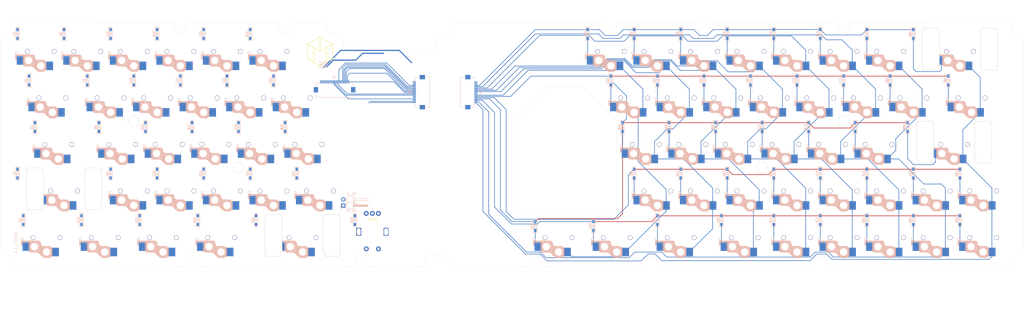
<source format=kicad_pcb>
(kicad_pcb (version 20241229) (generator "pcbnew") (generator_version "9.0")
  (layers (0 "F.Cu" signal) (2 "B.Cu" signal) (13 "F.Paste" user) (15 "B.Paste" user) (5 "F.SilkS" user "F.Silkscreen") (7 "B.SilkS" user "B.Silkscreen") (1 "F.Mask" user) (3 "B.Mask" user) (25 "Edge.Cuts" user))
  (net 0 "")
  (net 1 "Net-(D1-A)")
  (net 2 "Net-(D2-A)")
  (net 3 "Net-(D3-A)")
  (net 4 "Net-(D4-A)")
  (net 5 "Net-(D5-A)")
  (net 6 "Net-(D6-A)")
  (net 7 "Net-(D7-A)")
  (net 8 "Net-(D8-A)")
  (net 9 "Net-(D9-A)")
  (net 10 "Net-(D10-A)")
  (net 11 "Net-(D11-A)")
  (net 12 "Net-(D12-A)")
  (net 13 "Net-(D13-A)")
  (net 14 "Net-(D14-A)")
  (net 15 "Net-(D15-A)")
  (net 16 "Net-(D16-A)")
  (net 17 "Net-(D17-A)")
  (net 18 "Net-(D18-A)")
  (net 19 "Net-(D19-A)")
  (net 20 "Net-(D20-A)")
  (net 21 "Net-(D21-A)")
  (net 22 "Net-(D22-A)")
  (net 23 "Net-(D23-A)")
  (net 24 "Net-(D24-A)")
  (net 25 "Net-(D25-A)")
  (net 26 "Net-(D26-A)")
  (net 27 "Net-(D27-A)")
  (net 28 "Net-(D28-A)")
  (net 29 "Net-(D29-A)")
  (net 30 "Net-(D30-A)")
  (net 31 "Net-(D51-A)")
  (net 32 "Net-(D52-A)")
  (net 33 "Net-(D53-A)")
  (net 34 "Net-(D54-A)")
  (net 35 "Net-(D55-A)")
  (net 36 "Net-(D56-A)")
  (net 37 "Net-(D57-A)")
  (net 38 "Net-(D58-A)")
  (net 39 "Net-(D59-A)")
  (net 40 "Net-(D60-A)")
  (net 41 "Net-(D61-A)")
  (net 42 "Net-(D62-A)")
  (net 43 "Net-(D63-A)")
  (net 44 "Net-(D64-A)")
  (net 45 "Net-(D65-A)")
  (net 46 "Net-(D66-A)")
  (net 47 "Net-(D67-A)")
  (net 48 "Net-(D68-A)")
  (net 49 "Net-(D69-A)")
  (net 50 "Net-(D70-A)")
  (net 51 "Net-(D71-A)")
  (net 52 "Net-(D72-A)")
  (net 53 "Net-(D73-A)")
  (net 54 "Net-(D74-A)")
  (net 55 "Net-(D75-A)")
  (net 56 "Net-(D76-A)")
  (net 57 "Net-(D77-A)")
  (net 58 "Net-(D78-A)")
  (net 59 "Net-(D79-A)")
  (net 60 "Net-(D80-A)")
  (net 61 "Net-(D81-A)")
  (net 62 "Net-(D82-A)")
  (net 63 "Net-(D83-A)")
  (net 64 "Net-(D84-A)")
  (net 65 "Net-(D85-A)")
  (net 66 "Net-(D86-A)")
  (net 67 "Net-(D87-A)")
  (net 68 "Net-(D89-A)")
  (net 69 "Net-(D90-A)")
  (net 70 "GP19:SCL")
  (net 71 "PICOT:RE_B")
  (net 72 "PICOT:RE_A")
  (net 73 "PICOT:GND")
  (net 74 "PICOT:3v3")
  (net 75 "Net-(D88-A)")
  (net 76 "GP18:SDA")
  (net 77 "PICOT:VCC")
  (net 78 "GP16:ROW0_R")
  (net 79 "GP17:ROW1_R")
  (net 80 "GP15:COL6")
  (net 81 "GP12:COL9")
  (net 82 "GP14:COL7")
  (net 83 "GP13:COL8")
  (net 84 "GP10:COL11")
  (net 85 "GP11:COL10")
  (net 86 "GP09:COL12")
  (net 87 "GP08:COL13")
  (net 88 "GP16:ROW0")
  (net 89 "GP27:COL4")
  (net 90 "GP28:COL5")
  (net 91 "GP23:COL0")
  (net 92 "GP24:COL1")
  (net 93 "GP25:COL2")
  (net 94 "GP26:COL3")
  (net 95 "GP22:ROW3")
  (net 96 "GP21:ROW4")
  (net 97 "GP17:ROW1")
  (net 98 "GP20:ROW2")
  (net 99 "GP20:ROW2_R")
  (net 100 "GP22:ROW3_R")
  (net 101 "GP21:ROW4_R")
  (net 102 "GP15:COL6_R")
  (net 103 "GP14:COL7_R")
  (net 104 "GP13:COL8_R")
  (net 105 "GP12:COL9_R")
  (net 106 "GP11:COL10_R")
  (net 107 "GP10:COL11_R")
  (net 108 "GP09:COL12_R")
  (net 109 "GP08:COL13_R")
  (net 113 "GP18:SDA_R")
  (net 114 "GP19:SCL_R")
  (footprint "kbd_Parts:Diode_SMD" (layer "F.Cu") (at 250.03125 116.6812 -90)
    (property "Reference" "D52")
    (property "Value" "D" (hide yes))
  )
  (footprint "kbd_Parts:Diode_SMD" (layer "F.Cu") (at 330.99375 135.7312 -90)
    (property "Reference" "D78")
    (property "Value" "D" (hide yes))
  )
  (footprint "Rikkodo_FootPrint:rkd_Asm_ChocV1V2_Hotswap_1u" (layer "F.Cu") (at 321.46875 142.875)
    (property "Reference" "SW73" (hide yes))
    (property "Value" "SW_Push" (hide yes))
  )
  (footprint "Rikkodo_FootPrint:rkd_Asm_ChocV1V2_Hotswap_1u" (layer "F.Cu") (at 50.00625 142.875)
    (property "Reference" "SW8" (hide yes))
    (property "Value" "SW_Push" (hide yes))
  )
  (footprint "kbd_Parts:Diode_SMD" (layer "F.Cu") (at 311.94375 135.7312 -90)
    (property "Reference" "D73")
    (property "Value" "D" (hide yes))
  )
  (footprint "Rikkodo_FootPrint:rkd_Asm_ChocV1V2_Hotswap_1u" (layer "F.Cu") (at 16.66875 104.775)
    (property "Reference" "SW1" (hide yes))
    (property "Value" "SW_Push" (hide yes))
  )
  (footprint "kbd_Parts:Diode_SMD" (layer "F.Cu") (at 7.14375 97.6312 -90)
    (property "Reference" "D1")
    (property "Value" "D" (hide yes))
  )
  (footprint "kbd_Hole:m2_Screw_Hole" (layer "F.Cu") (at 173.83125 105.965625)
    (property "Reference" "M2")
    (property "Value" "Mark")
  )
  (footprint "kbd_Parts:Diode_SMD" (layer "F.Cu") (at 364.33125 116.6812 -90)
    (property "Reference" "D82")
    (property "Value" "D" (hide yes))
  )
  (footprint "Rikkodo_FootPrint:rkd_Asm_ChocV1V2_Hotswap_1u" (layer "F.Cu") (at 307.18125 104.775)
    (property "Reference" "SW66" (hide yes))
    (property "Value" "SW_Push" (hide yes))
  )
  (footprint "kbd_Parts:Diode_SMD" (layer "F.Cu") (at 54.76875 116.6812 -90)
    (property "Reference" "D12")
    (property "Value" "D" (hide yes))
  )
  (footprint "kbd_Parts:Diode_SMD" (layer "F.Cu") (at 392.90625 154.7812 -90)
    (property "Reference" "D89")
    (property "Value" "D" (hide yes))
  )
  (footprint "kbd_Parts:Diode_SMD" (layer "F.Cu") (at 335.75625 173.8312 -90)
    (property "Reference" "D75")
    (property "Value" "D" (hide yes))
  )
  (footprint "Rikkodo_FootPrint:rkd_LOGO_2x" (layer "F.Cu") (at 130.96875 104.775)
    (property "Reference" "M8" (hide yes))
    (property "Value" "Mark" (hide yes))
  )
  (footprint "Rikkodo_FootPrint:rkd_Asm_ChocV1V2_Hotswap_1u" (layer "F.Cu") (at 383.38125 180.975)
    (property "Reference" "SW85" (hide yes))
    (property "Value" "SW_Push" (hide yes))
  )
  (footprint "Rikkodo_FootPrint:rkd_Asm_ChocV1V2_Hotswap_1u" (layer "F.Cu") (at 340.51875 142.875)
    (property "Reference" "SW78" (hide yes))
    (property "Value" "SW_Push" (hide yes))
  )
  (footprint "kbd_Hole:m2_Screw_Hole" (layer "F.Cu") (at 145.25625 157.1625)
    (property "Reference" "M7")
    (property "Value" "Mark")
  )
  (footprint "kbd_Parts:Diode_SMD" (layer "F.Cu") (at 373.85625 97.6312 -90)
    (property "Reference" "D86")
    (property "Value" "D" (hide yes))
  )
  (footprint "kbd_Parts:Diode_SMD" (layer "F.Cu") (at 7.14375 154.7812 -90)
    (property "Reference" "D4")
    (property "Value" "D" (hide yes))
  )
  (footprint "Rikkodo_FootPrint:rkd_Asm_ChocV1V2_Hotswap_1u" (layer "F.Cu") (at 259.55625 123.825)
    (property "Reference" "SW52" (hide yes))
    (property "Value" "SW_Push" (hide yes))
  )
  (footprint "Rikkodo_FootPrint:rkd_Asm_ChocV1V2_Hotswap_1u" (layer "F.Cu") (at 288.13125 104.775)
    (property "Reference" "SW61" (hide yes))
    (property "Value" "SW_Push" (hide yes))
  )
  (footprint "kbd_Parts:Diode_SMD" (layer "F.Cu") (at 350.04375 135.7312 -90)
    (property "Reference" "D83")
    (property "Value" "D" (hide yes))
  )
  (footprint "Rikkodo_FootPrint:rkd_Asm_ChocV1V2_Hotswap_1u" (layer "F.Cu") (at 326.23125 161.925)
    (property "Reference" "SW69" (hide yes))
    (property "Value" "SW_Push" (hide yes))
  )
  (footprint "kbd_Parts:Diode_SMD" (layer "F.Cu") (at 254.79375 135.7312 -90)
    (property "Reference" "D58")
    (property "Value" "D" (hide yes))
  )
  (footprint "Rikkodo_FootPrint:rkd_Asm_ChocV1V2_Hotswap_1u" (layer "F.Cu") (at 359.56875 142.875)
    (property "Reference" "SW83" (hide yes))
    (property "Value" "SW_Push" (hide yes))
  )
  (footprint "kbd_Hole:m2_Spacer_Hole_hex" (layer "F.Cu") (at 97.63125 152.4)
    (property "Reference" "M4")
    (property "Value" "Mark")
    (fp_line (start -2.4 0) (end -1.2 2.15) (stroke (width 0.1)) (layer "Edge.Cuts"))
    (fp_line (start -1.2 -2.15) (end -2.4 0) (stroke (width 0.1)) (layer "Edge.Cuts"))
    (fp_line (start -1.2 2.15) (end 1.2 2.15) (stroke (width 0.1)) (layer "Edge.Cuts"))
    (fp_line (start 1.2 -2.15) (end -1.2 -2.15) (stroke (width 0.1)) (layer "Edge.Cuts"))
    (fp_line (start 1.2 2.15) (end 2.4 0) (stroke (width 0.1)) (layer "Edge.Cuts"))
    (fp_line (start 2.4 0) (end 1.2 -2.15) (stroke (width 0.1)) (layer "Edge.Cuts"))
  )
  (footprint "Rikkodo_FootPrint:rkd_Asm_ChocV1V2_Hotswap_1u" (layer "F.Cu") (at 354.80625 123.825)
    (property "Reference" "SW77" (hide yes))
    (property "Value" "SW_Push" (hide yes))
  )
  (footprint "kbd_Parts:Diode_SMD" (layer "F.Cu") (at 326.23125 116.6812 -90)
    (property "Reference" "D72")
    (property "Value" "D" (hide yes))
  )
  (footprint "Rikkodo_FootPrint:rkd_Asm_ChocV1V2_Hotswap_1u" (layer "F.Cu") (at 83.34375 123.825)
    (property "Reference" "SW17" (hide yes))
    (property "Value" "SW_Push" (hide yes))
  )
  (footprint "kbd_Parts:Diode_SMD" (layer "F.Cu") (at 273.84375 135.7312 -90)
    (property "Reference" "D63")
    (property "Value" "D" (hide yes))
  )
  (footprint "Rikkodo_FootPrint:rkd_Asm_ChocV1V2_Hotswap_1u" (layer "F.Cu") (at 54.76875 161.925)
    (property "Reference" "SW9" (hide yes))
    (property "Value" "SW_Push" (hide yes))
  )
  (footprint "kbd_Parts:Diode_SMD" (layer "F.Cu") (at 78.58125 135.7312 -90)
    (property "Reference" "D18")
    (property "Value" "D" (hide yes))
  )
  (footprint "Rikkodo_FootPrint:rkd_Asm_ChocV1V2_Hotswap_1u" (layer "F.Cu") (at 278.60625 180.975)
    (property "Reference" "SW60" (hide yes))
    (property "Value" "SW_Push" (hide yes))
  )
  (footprint "kbd_Parts:Diode_SMD" (layer "F.Cu") (at 92.86875 116.6812 -90)
    (property "Reference" "D22")
    (property "Value" "D" (hide yes))
  )
  (footprint "Rikkodo_FootPrint:rkd_Asm_ChocV1V2_Hotswap_1u" (layer "F.Cu") (at 283.36875 142.875)
    (property "Reference" "SW63" (hide yes))
    (property "Value" "SW_Push" (hide yes))
  )
  (footprint "kbd_Hole:m2_Spacer_Hole_hex" (layer "F.Cu") (at 54.76875 133.35)
    (property "Reference" "M3")
    (property "Value" "Mark")
    (fp_line (start -2.4 0) (end -1.2 2.15) (stroke (width 0.1)) (layer "Edge.Cuts"))
    (fp_line (start -1.2 -2.15) (end -2.4 0) (stroke (width 0.1)) (layer "Edge.Cuts"))
    (fp_line (start -1.2 2.15) (end 1.2 2.15) (stroke (width 0.1)) (layer "Edge.Cuts"))
    (fp_line (start 1.2 -2.15) (end -1.2 -2.15) (stroke (width 0.1)) (layer "Edge.Cuts"))
    (fp_line (start 1.2 2.15) (end 2.4 0) (stroke (width 0.1)) (layer "Edge.Cuts"))
    (fp_line (start 2.4 0) (end 1.2 -2.15) (stroke (width 0.1)) (layer "Edge.Cuts"))
  )
  (footprint "kbd_Parts:Diode_SMD" (layer "F.Cu") (at 297.65625 154.7812 -90)
    (property "Reference" "D64")
    (property "Value" "D" (hide yes))
  )
  (footprint "kbd_Parts:Diode_SMD" (layer "F.Cu") (at 97.63125 135.7312 -90)
    (property "Reference" "D23")
    (property "Value" "D" (hide yes))
  )
  (footprint "kbd_Parts:Diode_SMD" (layer "F.Cu") (at 392.90625 173.8312 -90)
    (property "Reference" "D90")
    (property "Value" "D" (hide yes))
  )
  (footprint "kbd_Parts:Diode_SMD" (layer "F.Cu") (at 80.96255 173.8312 -90)
    (property "Reference" "D20")
    (property "Value" "D" (hide yes))
  )
  (footprint "kbd_Parts:Diode_SMD" (layer "F.Cu") (at 64.29375 154.7812 -90)
    (property "Reference" "D14")
    (property "Value" "D" (hide yes))
  )
  (footprint "Rikkodo_FootPrint:rkd_Asm_ChocV1V2_Hotswap_1u" (layer "F.Cu") (at 302.41875 142.875)
    (property "Reference" "SW68" (hide yes))
    (property "Value" "SW_Push" (hide yes))
  )
  (footprint "Rikkodo_FootPrint:rkd_Asm_ChocV1V2_Hotswap_1u" (layer "F.Cu") (at 304.8 180.975)
    (property "Reference" "SW65" (hide yes))
    (property "Value" "SW_Push" (hide yes))
  )
  (footprint "kbd_Parts:Diode_SMD" (layer "F.Cu") (at 335.75625 97.5812 -90)
    (property "Reference" "D76")
    (property "Value" "D" (hide yes))
  )
  (footprint "kbd_Parts:Diode_SMD" (layer "F.Cu") (at 259.55625 97.6312 -90)
    (property "Reference" "D56")
    (property "Value" "D" (hide yes))
  )
  (footprint "Rikkodo_FootPrint:rkd_Asm_ChocV1V2_Hotswap_1u" (layer "F.Cu") (at 35.71875 104.775)
    (property "Reference" "SW6" (hide yes))
    (property "Value" "SW_Push" (hide yes))
  )
  (footprint "Rikkodo_FootPrint:rkd_Asm_ChocV1V2_Hotswap_1u" (layer "F.Cu") (at 397.66875 123.825)
    (property "Reference" "SW87" (hide yes))
    (property "Value" "SW_Push" (hide yes))
  )
  (footprint "Rikkodo_FootPrint:rkd_Asm_ChocV1V2_Hotswap_1u" (layer "F.Cu") (at 107.15625 142.875)
    (property "Reference" "SW23" (hide yes))
    (property "Value" "SW_Push" (hide yes))
  )
  (footprint "kbd_Parts:Diode_SMD" (layer "F.Cu") (at 219.07505 176.2125 -90)
    (property "Reference" "D53")
    (property "Value" "D" (hide yes))
  )
  (footprint "Rikkodo_FootPrint:rkd_Asm_ChocV1V2_Hotswap_1u" (layer "F.Cu") (at 45.24375 123.825)
    (property "Reference" "SW7" (hide yes))
    (property "Value" "SW_Push" (hide yes))
  )
  (footprint "Rikkodo_FootPrint:rkd_Asm_ChocV1V2_Hotswap_1u" (layer "F.Cu") (at 23.81255 142.875)
    (property "Reference" "SW3" (hide yes))
    (property "Value" "SW_Push" (hide yes))
  )
  (footprint "kbd_Parts:Diode_SMD" (layer "F.Cu") (at 278.60625 97.6312 -90)
    (property "Reference" "D61")
    (property "Value" "D" (hide yes))
  )
  (footprint "Rikkodo_FootPrint:rkd_Asm_ChocV1V2_Hotswap_1u" (layer "F.Cu") (at 297.65625 123.825)
    (property "Reference" "SW62" (hide yes))
    (property "Value" "SW_Push" (hide yes))
  )
  (footprint "kbd_Parts:Diode_SMD" (layer "F.Cu") (at 242.88755 176.2125 -90)
    (property "Reference" "D55")
    (property "Value" "D" (hide yes))
  )
  (footprint "Rikkodo_FootPrint:rkd_Asm_ChocV1V2_Hotswap_1u" (layer "F.Cu") (at 383.38125 161.925)
    (property "Reference" "SW84" (hide yes))
    (property "Value" "SW_Push" (hide yes))
  )
  (footprint "kbd_Parts:Diode_SMD" (layer "F.Cu") (at 307.18125 116.6812 -90)
    (property "Reference" "D67")
    (property "Value" "D" (hide yes))
  )
  (footprint "Rikkodo_FootPrint:rkd_Asm_ChocV1V2_Hotswap_1u" (layer "F.Cu") (at 102.39375 123.825)
    (property "Reference" "SW22" (hide yes))
    (property "Value" "SW_Push" (hide yes))
  )
  (footprint "kbd_Parts:Diode_SMD" (layer "F.Cu") (at 35.71875 116.6812 -90)
    (property "Reference" "D7")
    (property "Value" "D" (hide yes))
  )
  (footprint "kbd_Parts:Diode_SMD" (layer "F.Cu") (at 278.60625 154.7812 -90)
    (property "Reference" "D59")
    (property "Value" "D" (hide yes))
  )
  (footprint "kbd_Parts:Diode_SMD" (layer "F.Cu") (at 102.39375 154.7812 -90)
    (property "Reference" "D24")
    (property "Value" "D" (hide yes))
  )
  (footprint "Rikkodo_FootPrint:rkd_Asm_ChocV1V2_Hotswap_1u" (layer "F.Cu") (at 126.20625 142.875)
    (property "Reference" "SW28" (hide yes))
    (property "Value" "SW_Push" (hide yes))
  )
  (footprint "kbd_Parts:Diode_SMD" (layer "F.Cu") (at 269.08125 173.83125 -90)
    (property "Reference" "D60")
    (property "Value" "D" (hide yes))
  )
  (footprint "kbd_Parts:Diode_SMD" (layer "F.Cu") (at 45.24375 154.7812 -90)
    (property "Reference" "D9")
    (property "Value" "D" (hide yes))
  )
  (footprint "kbd_Parts:Diode_SMD" (layer "F.Cu") (at 121.44375 154.7812 -90)
    (property "Reference" "D29")
    (property "Value" "D" (hide yes))
  )
  (footprint "kbd_Parts:Diode_SMD" (layer "F.Cu") (at 354.80625 154.7812 -90)
    (property "Reference" "D79")
    (property "Value" "D" (hide yes))
  )
  (footprint "kbd_Parts:Diode_SMD" (layer "F.Cu") (at 288.13125 116.6812 -90)
    (property "Reference" "D62")
    (property "Value" "D" (hide yes))
  )
  (footprint "Rikkodo_FootPrint:rkd_Asm_ChocV1V2_Hotswap_1u" (layer "F.Cu") (at 373.85625 123.825)
    (property "Reference" "SW82" (hide yes))
    (property "Value" "SW_Push" (hide yes))
  )
  (footprint "Rikkodo_FootPrint:rkd_Asm_ChocV1V2_Hotswap_1u" (layer "F.Cu") (at 66.67505 180.975)
    (property "Reference" "SW15" (hide yes))
    (property "Value" "SW_Push" (hide yes))
  )
  (footprint "Rikkodo_FootPrint:rkd_Asm_ChocV1V2_Hotswap_1u" (layer "F.Cu") (at 19.05005 180.975)
    (property "Reference" "SW5" (hide yes))
    (property "Value" "SW_Push" (hide yes))
  )
  (footprint "Rikkodo_FootPrint:rkd_Asm_ChocV1V2_Hotswap_1u" (layer "F.Cu") (at 92.86875 161.925)
    (property "Reference" "SW19" (hide yes))
    (property "Value" "SW_Push" (hide yes))
  )
  (footprint "Rikkodo_FootPrint:rkd_Asm_ChocV1V2_Hotswap_1u" (layer "F.Cu") (at 264.31875 142.875)
    (property "Reference" "SW58" (hide yes))
    (property "Value" "SW_Push" (hide yes))
  )
  (footprint "kbd_Parts:Diode_SMD" (layer "F.Cu") (at 102.39375 97.6312 -90)
    (property "Reference" "D26")
    (property "Value" "D" (hide yes))
  )
  (footprint "kbd_Parts:Diode_SMD" (layer "F.Cu") (at 111.91875 116.6812 -90)
    (property "Reference" "D27")
    (property "Value" "D" (hide yes))
  )
  (footprint "kbd_Parts:Diode_SMD" (layer "F.Cu") (at 116.68125 135.7312 -90)
    (property "Reference" "D28")
    (property "Value" "D" (hide yes))
  )
  (footprint "Rikkodo_FootPrint:rkd_Asm_ChocV1V2_Hotswap_1u" (layer "F.Cu") (at 288.13125 161.925)
    (property "Reference" "SW59" (hide yes))
    (property "Value" "SW_Push" (hide yes))
  )
  (footprint "Rikkodo_FootPrint:rkd_Asm_ChocV1V2_Hotswap_1u" (layer "F.Cu") (at 130.96875 161.925)
    (property "Reference" "SW29" (hide yes))
    (property "Value" "SW_Push" (hide yes))
  )
  (footprint "kbd_Hole:m2_Spacer_Hole_hex" (layer "F.Cu") (at 311.94375 152.4)
    (property "Reference" "M5")
    (property "Value" "Mark")
    (fp_line (start -2.4 0) (end -1.2 2.15) (stroke (width 0.1)) (layer "Edge.Cuts"))
    (fp_line (start -1.2 -2.15) (end -2.4 0) (stroke (width 0.1)) (layer "Edge.Cuts"))
    (fp_line (start -1.2 2.15) (end 1.2 2.15) (stroke (width 0.1)) (layer "Edge.Cuts"))
    (fp_line (start 1.2 -2.15) (end -1.2 -2.15) (stroke (width 0.1)) (layer "Edge.Cuts"))
    (fp_line (start 1.2 2.15) (end 2.4 0) (stroke (width 0.1)) (layer "Edge.Cuts"))
    (fp_line (start 2.4 0) (end 1.2 -2.15) (stroke (width 0.1)) (layer "Edge.Cuts"))
  )
  (footprint "Rikkodo_FootPrint:rkd_Asm_ChocV1V2_Hotswap_1u" (layer "F.Cu") (at 88.10625 142.875)
    (property "Reference" "SW18" (hide yes))
    (property "Value" "SW_Push" (hide yes))
  )
  (footprint "Rikkodo_FootPrint:rkd_Asm_ChocV1V2_Hotswap_1u" (layer "F.Cu") (at 21.43125 123.825)
    (property "Reference" "SW2" (hide yes))
    (property "Value" "SW_Push" (hide yes))
  )
  (footprint "kbd_Parts:Diode_SMD" (layer "F.Cu") (at 240.50625 97.6312 -90)
    (property "Reference" "D51")
    (property "Value" "D" (hide yes))
  )
  (footprint "Rikkodo_FootPrint:rkd_Asm_ChocV1V2_Hotswap_1u" (layer "F.Cu") (at 326.23125 104.775)
    (property "Reference" "SW71" (hide yes))
    (property "Value" "SW_Push" (hide yes))
  )
  (footprint "kbd_Parts:Diode_SMD" (layer "F.Cu") (at 26.19375 97.6312 -90)
    (property "Reference" "D6")
    (property "Value" "D" (hide yes))
  )
  (footprint "kbd_Parts:Diode_SMD" (layer "F.Cu") (at 9.52505 173.8312 -90)
    (property "Reference" "D5")
    (property "Value" "D" (hide yes))
  )
  (footprint "kbd_Parts:Diode_SMD" (layer "F.Cu") (at 259.55625 154.7812 -90)
    (property "Reference" "D54")
    (property "Value" "D" (hide yes))
  )
  (footprint "Rikkodo_FootPrint:rkd_Asm_ChocV1V2_Hotswap_1u" (layer "F.Cu") (at 111.91875 104.775)
    (property "Reference" "SW26" (hide yes))
    (property "Value" "SW_Push" (hide yes))
  )
  (footprint "Rikkodo_FootPrint:rkd_Asm_ChocV1V2_Hotswap_1u" (layer "F.Cu") (at 111.91875 161.925)
    (property "Reference" "SW24" (hide yes))
    (property "Value" "SW_Push" (hide yes))
  )
  (footprint "Rikkodo_FootPrint:rkd_Asm_ChocV1V2_Hotswap_1u" (layer "F.Cu") (at 364.33125 104.775)
    (property "Reference" "SW81" (hide yes))
    (property "Value" "SW_Push" (hide yes))
  )
  (footprint "Rikkodo_FootPrint:rkd_Asm_ChocV2_Hotswap_2uW" (layer "F.Cu") (at 123.82505 180.975)
    (property "Reference" "SW25" (hide yes))
    (property "Value" "SW_Push" (hide yes))
    (fp_line (start -15.4 -8.8) (end -15.4 6) (stroke (width 0.12)) (layer "Edge.Cuts"))
    (fp_line (start -15.4 6) (end -15.025 6) (stroke (width 0.12)) (layer "Edge.Cuts"))
    (fp_line (start -15.025 -9.445) (end -8.975 -9.445) (stroke (width 0.12)) (layer "Edge.Cuts"))
    (fp_line (start -15.025 -8.8) (end -15.4 -8.8) (stroke (width 0.12)) (layer "Edge.Cuts"))
    (fp_line (start -15.025 -8.8) (end -15.025 -9.445) (stroke (width 0.12)) (layer "Edge.Cuts"))
    (fp_line (start -15.025 7.605) (end -15.025 6) (stroke (width 0.12)) (layer "Edge.Cuts"))
    (fp_line (start -8.975 -8.8) (end -8.975 -9.445) (stroke (width 0.12)) (layer "Edge.Cuts"))
    (fp_line (start -8.975 6) (end -8.975 7.605) (stroke (width 0.12)) (layer "Edge.Cuts"))
    (fp_line (start -8.975 7.605) (end -15.025 7.605) (stroke (width 0.12)) (layer "Edge.Cuts"))
    (fp_line (start -8.4 -8.8) (end -8.975 -8.8) (stroke (width 0.12)) (layer "Edge.Cuts"))
    (fp_line (start -8.4 6) (end -8.975 6) (stroke (width 0.12)) (layer "Edge.Cuts"))
    (fp_line (start -8.4 6) (end -8.4 -8.8) (stroke (width 0.12)) (layer "Edge.Cuts"))
    (fp_line (start 8.4 -8.8) (end 8.975 -8.8) (stroke (width 0.12)) (layer "Edge.Cuts"))
    (fp_line (start 8.4 6) (end 8.4 -8.8) (stroke (width 0.12)) (layer "Edge.Cuts"))
    (fp_line (start 8.975 -9.445) (end 8.975 -8.8) (stroke (width 0.12)) (layer "Edge.Cuts"))
    (fp_line (start 8.975 6) (end 8.4 6) (stroke (width 0.12)) (layer "Edge.Cuts"))
    (fp_line (start 8.975 6) (end 8.975 7.605) (stroke (width 0.12)) (layer "Edge.Cuts"))
    (fp_line (start 8.975 7.605) (end 15.025 7.605) (stroke (width 0.12)) (layer "Edge.Cuts"))
    (fp_line (start 15.025 -9.445) (end 8.975 -9.445) (stroke (width 0.12)) (layer "Edge.Cuts"))
    (fp_line (start 15.025 -9.445) (end 15.025 -8.8) (stroke (width 0.12)) (layer "Edge.Cuts"))
    (fp_line (start 15.025 -8.8) (end 15.4 -8.8) (stroke (width 0.12)) (layer "Edge.Cuts"))
    (fp_line (start 15.025 7.605) (end 15.025 6) (stroke (width 0.12)) (layer "Edge.Cuts"))
    (fp_line (start 15.4 -8.8) (end 15.4 6) (stroke (width 0.12)) (layer "Edge.Cuts"))
    (fp_line (start 15.4 6) (end 15.025 6) (stroke (width 0.12)) (layer "Edge.Cuts"))
  )
  (footprint "Rikkodo_FootPrint:rkd_Asm_ChocV1V2_Hotswap_1u" (layer "F.Cu") (at 73.81875 104.775)
    (property "Reference" "SW16" (hide yes))
    (property "Value" "SW_Push" (hide yes))
  )
  (footprint "Rikkodo_FootPrint:rkd_Asm_ChocV1V2_Hotswap_1u" (layer "F.Cu") (at 90.48755 180.975)
    (property "Reference" "SW20" (hide yes))
    (property "Value" "SW_Push" (hide yes))
  )
  (footprint "kbd_Parts:Diode_SMD" (layer "F.Cu") (at 373.85625 154.7812 -90)
    (property "Reference" "D84")
    (property "Value" "D" (hide yes))
  )
  (footprint "Rikkodo_FootPrint:rkd_Asm_ChocV1V2_Hotswap_1u" (layer "F.Cu") (at 345.28125 161.925)
    (property "Reference" "SW74" (hide yes))
    (property "Value" "SW_Push" (hide yes))
  )
  (footprint "Rikkodo_FootPrint:rkd_Asm_ChocV1V2_Hotswap_1u" (layer "F.Cu") (at 73.81875 161.925)
    (property "Reference" "SW14" (hide yes))
    (property "Value" "SW_Push" (hide yes))
  )
  (footprint "Rikkodo_FootPrint:rkd_Asm_ChocV1V2_Hotswap_1u" (layer "F.Cu") (at 228.60005 180.975)
    (property "Reference" "SW53" (hide yes))
    (property "Value" "SW_Push" (hide yes))
  )
  (footprint "kbd_Parts:Diode_SMD" (layer "F.Cu") (at 45.24375 97.6312 -90)
    (property "Reference" "D11")
    (property "Value" "D" (hide yes))
  )
  (footprint "kbd_Parts:Diode_SMD" (layer "F.Cu") (at 64.29375 97.6312 -90)
    (property "Reference" "D16")
    (property "Value" "D" (hide yes))
  )
  (footprint "kbd_Parts:Diode_SMD" (layer "F.Cu") (at 316.70625 173.8312 -90)
    (property "Reference" "D70")
    (property "Value" "D" (hide yes))
  )
  (footprint "kbd_Parts:Diode_SMD" (layer "F.Cu") (at 33.33755 173.8312 -90)
    (property "Reference" "D10")
    (property "Value" "D" (hide yes))
  )
  (footprint "kbd_Parts:Diode_SMD" (layer "F.Cu") (at 316.70625 97.6312 -90)
    (property "Reference" "D71")
    (property "Value" "D" (hide yes))
  )
  (footprint "Rikkodo_FootPrint:rkd_Asm_ChocV1V2_Hotswap_1u" (layer "F.Cu") (at 278.60625 123.825)
    (property "Reference" "SW57" (hide yes))
    (property "Value" "SW_Push" (hide yes))
  )
  (footprint "kbd_Parts:Diode_SMD" (layer "F.Cu") (at 59.53125 135.73125 -90)
    (property "Reference" "D13")
    (property "Value" "D" (hide yes))
  )
  (footprint "Rikkodo_FootPrint:rkd_Asm_ChocV2_Hotswap_2uW" (layer "F.Cu") (at 26.19375 161.925)
    (property "Reference" "SW4" (hide yes))
    (property "Value" "SW_Push" (hide yes))
    (fp_line (start -15.4 -8.8) (end -15.4 6) (stroke (width 0.12)) (layer "Edge.Cuts"))
    (fp_line (start -15.4 6) (end -15.025 6) (stroke (width 0.12)) (layer "Edge.Cuts"))
    (fp_line (start -15.025 -9.445) (end -8.975 -9.445) (stroke (width 0.12)) (layer "Edge.Cuts"))
    (fp_line (start -15.025 -8.8) (end -15.4 -8.8) (stroke (width 0.12)) (layer "Edge.Cuts"))
    (fp_line (start -15.025 -8.8) (end -15.025 -9.445) (stroke (width 0.12)) (layer "Edge.Cuts"))
    (fp_line (start -15.025 7.605) (end -15.025 6) (stroke (width 0.12)) (layer "Edge.Cuts"))
    (fp_line (start -8.975 -8.8) (end -8.975 -9.445) (stroke (width 0.12)) (layer "Edge.Cuts"))
    (fp_line (start -8.975 6) (end -8.975 7.605) (stroke (width 0.12)) (layer "Edge.Cuts"))
    (fp_line (start -8.975 7.605) (end -15.025 7.605) (stroke (width 0.12)) (layer "Edge.Cuts"))
    (fp_line (start -8.4 -8.8) (end -8.975 -8.8) (stroke (width 0.12)) (layer "Edge.Cuts"))
    (fp_line (start -8.4 6) (end -8.975 6) (stroke (width 0.12)) (layer "Edge.Cuts"))
    (fp_line (start -8.4 6) (end -8.4 -8.8) (stroke (width 0.12)) (layer "Edge.Cuts"))
    (fp_line (start 8.4 -8.8) (end 8.975 -8.8) (stroke (width 0.12)) (layer "Edge.Cuts"))
    (fp_line (start 8.4 6) (end 8.4 -8.8) (stroke (width 0.12)) (layer "Edge.Cuts"))
    (fp_line (start 8.975 -9.445) (end 8.975 -8.8) (stroke (width 0.12)) (layer "Edge.Cuts"))
    (fp_line (start 8.975 6) (end 8.4 6) (stroke (width 0.12)) (layer "Edge.Cuts"))
    (fp_line (start 8.975 6) (end 8.975 7.605) (stroke (width 0.12)) (layer "Edge.Cuts"))
    (fp_line (start 8.975 7.605) (end 15.025 7.605) (stroke (width 0.12)) (layer "Edge.Cuts"))
    (fp_line (start 15.025 -9.445) (end 8.975 -9.445) (stroke (width 0.12)) (layer "Edge.Cuts"))
    (fp_line (start 15.025 -9.445) (end 15.025 -8.8) (stroke (width 0.12)) (layer "Edge.Cuts"))
    (fp_line (start 15.025 -8.8) (end 15.4 -8.8) (stroke (width 0.12)) (layer "Edge.Cuts"))
    (fp_line (start 15.025 7.605) (end 15.025 6) (stroke (width 0.12)) (layer "Edge.Cuts"))
    (fp_line (start 15.4 -8.8) (end 15.4 6) (stroke (width 0.12)) (layer "Edge.Cuts"))
    (fp_line (start 15.4 6) (end 15.025 6) (stroke (width 0.12)) (layer "Edge.Cuts"))
  )
  (footprint "Rikkodo_FootPrint:rkd_Asm_ChocV1V2_Hotswap_1u" (layer "F.Cu") (at 269.08125 161.925)
    (property "Reference" "SW54" (hide yes))
    (property "Value" "SW_Push" (hide yes))
  )
  (footprint "kbd_Parts:Diode_SMD" (layer "F.Cu") (at 295.275 173.8312 -90)
    (property "Reference" "D65")
    (property "Value" "D" (hide yes))
  )
  (footprint "kbd_Parts:Diode_SMD" (layer "F.Cu") (at 297.65625 97.6312 -90)
    (property "Reference" "D66")
    (property "Value" "D" (hide yes))
  )
  (footprint "Rikkodo_FootPrint:rkd_Asm_ChocV1V2_Hotswap_1u" (layer "F.Cu") (at 121.44375 123.825)
    (property "Reference" "SW27" (hide yes))
    (property "Value" "SW_Push" (hide yes))
  )
  (footprint "kbd_Parts:Diode_SMD" (layer "F.Cu") (at 57.15005 173.8312 -90)
    (property "Reference" "D15")
    (property "Value" "D" (hide yes))
  )
  (footprint "kbd_Hole:m2_Screw_Hole" (layer "F.Cu") (at 145.25625 105.965625)
    (property "Reference" "M1")
    (property "Value" "Mark")
  )
  (footprint "kbd_Parts:Diode_SMD" (layer "F.Cu") (at 335.75625 154.7812 -90)
    (property "Reference" "D74")
    (property "Value" "D" (hide yes))
  )
  (footprint "Rikkodo_FootPrint:rkd_Asm_ChocV1V2_Hotswap_1u" (layer "F.Cu") (at 42.86255 180.975)
    (property "Reference" "SW10" (hide yes))
    (property "Value" "SW_Push" (hide yes))
  )
  (footprint "kbd_Parts:Diode_SMD" (layer "F.Cu") (at 354.80625 173.8312 -90)
    (property "Reference" "D80")
    (property "Value" "D" (hide yes))
  )
  (footprint "kbd_Parts:Diode_SMD" (layer "F.Cu") (at 83.34375 97.6312 -90)
    (property "Reference" "D21")
    (property "Value" "D" (hide yes))
  )
  (footprint "kbd_Parts:Diode_SMD" (layer "F.Cu") (at 11.90625 116.6812 -90)
    (property "Reference" "D2")
    (property "Value" "D" (hide yes))
  )
  (footprint "kbd_Parts:Diode_SMD" (layer "F.Cu") (at 14.28755 135.7312 -90)
    (property "Reference" "D3")
    (property "Value" "D" (hide yes))
  )
  (footprint "Rikkodo_FootPrint:rkd_Asm_ChocV1V2_Hotswap_1u" (layer "F.Cu") (at 250.03125 104.775)
    (property "Reference" "SW51" (hide yes))
    (property "Value" "SW_Push" (hide yes))
  )
  (footprint "Rikkodo_FootPrint:rkd_Asm_ChocV1V2_Hotswap_1u" (layer "F.Cu") (at 402.43125 161.925)
    (property "Reference" "SW89" (hide yes))
    (property "Value" "SW_Push" (hide yes))
  )
  (footprint "Rikkodo_FootPrint:rkd_Asm_ChocV1V2_Hotswap_1u" (layer "F.Cu") (at 307.18125 161.925)
    (property "Reference" "SW64" (hide yes))
    (property "Value" "SW_Push" (hide yes))
  )
  (footprint "BrownSugar_KBD:RotaryEncoder_EC11-Switch" (layer "F.Cu") (at 152.4 178.59375 180)
    (property "Reference" "SW30")
    (property "Value" "RotaryEncoder_Switch")
  )
  (footprint "kbd_Parts:Diode_SMD" (layer "F.Cu") (at 83.34375 154.7812 -90)
    (property "Reference" "D19")
    (property "Value" "D" (hide yes))
  )
  (footprint "kbd_Parts:Diode_SMD" (layer "F.Cu") (at 269.08125 116.6812 -90)
    (property "Reference" "D57")
    (property "Value" "D" (hide yes))
  )
  (footprint "Rikkodo_FootPrint:rkd_Asm_ChocV1V2_Hotswap_1u" (layer "F.Cu") (at 69.05625 142.875)
    (property "Reference" "SW13" (hide yes))
    (property "Value" "SW_Push" (hide yes))
  )
  (footprint "kbd_Parts:Diode_SMD" (layer "F.Cu") (at 371.47505 135.7312 -90)
    (property "Reference" "D88")
    (property "Value" "D" (hide yes))
  )
  (footprint "Rikkodo_FootPrint:rkd_Asm_ChocV1V2_Hotswap_1u" (layer "F.Cu") (at 335.75625 123.825)
    (property "Reference" "SW72" (hide yes))
    (property "Value" "SW_Push" (hide yes))
  )
  (footprint "Rikkodo_FootPrint:rkd_Asm_ChocV1V2_Hotswap_1u" (layer "F.Cu") (at 364.33125 180.975)
    (property "Reference" "SW80" (hide yes))
    (property "Value" "SW_Push" (hide yes))
  )
  (footprint "Rikkodo_FootPrint:rkd_Asm_ChocV1V2_Hotswap_1u" (layer "F.Cu") (at 54.76875 104.775)
    (property "Reference" "SW11" (hide yes))
    (property "Value" "SW_Push" (hide yes))
  )
  (footprint "Rikkodo_FootPrint:rkd_Asm_ChocV1V2_Hotswap_1u" (layer "F.Cu") (at 402.43125 180.975)
    (property "Reference" "SW90" (hide yes))
    (property "Value" "SW_Push" (hide yes))
  )
  (footprint "Rikkodo_FootPrint:rkd_Asm_ChocV1V2_Hotswap_1u" (layer "F.Cu") (at 326.23125 180.975)
    (property "Reference" "SW70" (hide yes))
    (property "Value" "SW_Push" (hide yes))
  )
  (footprint "Rikkodo_FootPrint:rkd_Guard_Screw_Hall" (layer "F.Cu") (at 159.54375 135.73125 -90)
    (property "Reference" "Point1" (hide yes))
    (property "Value" "Guard_Screw_Hall" (hide yes))
  )
  (footprint "Rikkodo_FootPrint:rkd_Asm_ChocV1V2_Hotswap_1u" (layer "F.Cu") (at 269.08125 104.775)
    (property "Reference" "SW56" (hide yes))
    (property "Value" "SW_Push" (hide yes))
  )
  (footprint "Rikkodo_FootPrint:rkd_Asm_ChocV1V2_Hotswap_1u" (layer "F.Cu") (at 364.33125 161.925)
    (property "Reference" "SW79" (hide yes))
    (property "Value" "SW_Push" (hide yes))
  )
  (footprint "Rikkodo_FootPrint:rkd_Asm_ChocV1V2_Hotswap_1u" (layer "F.Cu") (at 252.41255 180.975)
    (property "Reference" "SW55" (hide yes))
    (property "Value" "SW_Push" (hide yes))
  )
  (footprint "Rikkodo_FootPrint:rkd_Asm_ChocV1V2_Hotswap_1u" (layer "F.Cu") (at 345.28125 180.975)
    (property "Reference" "SW75" (hide yes))
    (property "Value" "SW_Push" (hide yes))
  )
  (footprint "Rikkodo_FootPrint:rkd_Asm_ChocV2_Hotswap_2uW" (layer "F.Cu") (at 390.52505 142.875)
    (property "Reference" "SW88" (hide yes))
    (property "Value" "SW_Push" (hide yes))
    (fp_line (start -15.4 -8.8) (end -15.4 6) (stroke (width 0.12)) (layer "Edge.Cuts"))
    (fp_line (start -15.4 6) (end -15.025 6) (stroke (width 0.12)) (layer "Edge.Cuts"))
    (fp_line (start -15.025 -9.445) (end -8.975 -9.445) (stroke (width 0.12)) (layer "Edge.Cuts"))
    (fp_line (start -15.025 -8.8) (end -15.4 -8.8) (stroke (width 0.12)) (layer "Edge.Cuts"))
    (fp_line (start -15.025 -8.8) (end -15.025 -9.445) (stroke (width 0.12)) (layer "Edge.Cuts"))
    (fp_line (start -15.025 7.605) (end -15.025 6) (stroke (width 0.12)) (layer "Edge.Cuts"))
    (fp_line (start -8.975 -8.8) (end -8.975 -9.445) (stroke (width 0.12)) (layer "Edge.Cuts"))
    (fp_line (start -8.975 6) (end -8.975 7.605) (stroke (width 0.12)) (layer "Edge.Cuts"))
    (fp_line (start -8.975 7.605) (end -15.025 7.605) (stroke (width 0.12)) (layer "Edge.Cuts"))
    (fp_line (start -8.4 -8.8) (end -8.975 -8.8) (stroke (width 0.12)) (layer "Edge.Cuts"))
    (fp_line (start -8.4 6) (end -8.975 6) (stroke (width 0.12)) (layer "Edge.Cuts"))
    (fp_line (start -8.4 6) (end -8.4 -8.8) (stroke (width 0.12)) (layer "Edge.Cuts"))
    (fp_line (start 8.4 -8.8) (end 8.975 -8.8) (stroke (width 0.12)) (layer "Edge.Cuts"))
    (fp_line (start 8.4 6) (end 8.4 -8.8) (stroke (width 0.12)) (layer "Edge.Cuts"))
    (fp_line (start 8.975 -9.445) (end 8.975 -8.8) (stroke (width 0.12)) (layer "Edge.Cuts"))
    (fp_line (start 8.975 6) (end 8.4 6) (stroke (width 0.12)) (layer "Edge.Cuts"))
    (fp_line (start 8.975 6) (end 8.975 7.605) (stroke (width 0.12)) (layer "Edge.Cuts"))
    (fp_line (start 8.975 7.605) (end 15.025 7.605) (stroke (width 0.12)) (layer "Edge.Cuts"))
    (fp_line (start 15.025 -9.445) (end 8.975 -9.445) (stroke (width 0.12)) (layer "Edge.Cuts"))
    (fp_line (start 15.025 -9.445) (end 15.025 -8.8) (stroke (width 0.12)) (layer "Edge.Cuts"))
    (fp_line (start 15.025 -8.8) (end 15.4 -8.8) (stroke (width 0.12)) (layer "Edge.Cuts"))
    (fp_line (start 15.025 7.605) (end 15.025 6) (stroke (width 0.12)) (layer "Edge.Cuts"))
    (fp_line (start 15.4 -8.8) (end 15.4 6) (stroke (width 0.12)) (layer "Edge.Cuts"))
    (fp_line (start 15.4 6) (end 15.025 6) (stroke (width 0.12)) (layer "Edge.Cuts"))
  )
  (footprint "kbd_Parts:Diode_SMD" (layer "F.Cu") (at 354.80625 97.6312 -90)
    (property "Reference" "D81" (hide yes))
    (property "Value" "D" (hide yes))
  )
  (footprint "Rikkodo_FootPrint:rkd_Asm_ChocV2_Hotswap_2uW" (layer "F.Cu") (at 392.90625 104.775)
    (property "Reference" "SW86" (hide yes))
    (property "Value" "SW_Push" (hide yes))
    (fp_line (start -15.4 -8.8) (end -15.4 6) (stroke (width 0.12)) (layer "Edge.Cuts"))
    (fp_line (start -15.4 6) (end -15.025 6) (stroke (width 0.12)) (layer "Edge.Cuts"))
    (fp_line (start -15.025 -9.445) (end -8.975 -9.445) (stroke (width 0.12)) (layer "Edge.Cuts"))
    (fp_line (start -15.025 -8.8) (end -15.4 -8.8) (stroke (width 0.12)) (layer "Edge.Cuts"))
    (fp_line (start -15.025 -8.8) (end -15.025 -9.445) (stroke (width 0.12)) (layer "Edge.Cuts"))
    (fp_line (start -15.025 7.605) (end -15.025 6) (stroke (width 0.12)) (layer "Edge.Cuts"))
    (fp_line (start -8.975 -8.8) (end -8.975 -9.445) (stroke (width 0.12)) (layer "Edge.Cuts"))
    (fp_line (start -8.975 6) (end -8.975 7.605) (stroke (width 0.12)) (layer "Edge.Cuts"))
    (fp_line (start -8.975 7.605) (end -15.025 7.605) (stroke (width 0.12)) (layer "Edge.Cuts"))
    (fp_line (start -8.4 -8.8) (end -8.975 -8.8) (stroke (width 0.12)) (layer "Edge.Cuts"))
    (fp_line (start -8.4 6) (end -8.975 6) (stroke (width 0.12)) (layer "Edge.Cuts"))
    (fp_line (start -8.4 6) (end -8.4 -8.8) (stroke (width 0.12)) (layer "Edge.Cuts"))
    (fp_line (start 8.4 -8.8) (end 8.975 -8.8) (stroke (width 0.12)) (layer "Edge.Cuts"))
    (fp_line (start 8.4 6) (end 8.4 -8.8) (stroke (width 0.12)) (layer "Edge.Cuts"))
    (fp_line (start 8.975 -9.445) (end 8.975 -8.8) (stroke (width 0.12)) (layer "Edge.Cuts"))
    (fp_line (start 8.975 6) (end 8.4 6) (stroke (width 0.12)) (layer "Edge.Cuts"))
    (fp_line (start 8.975 6) (end 8.975 7.605) (stroke (width 0.12)) (layer "Edge.Cuts"))
    (fp_line (start 8.975 7.605) (end 15.025 7.605) (stroke (width 0.12)) (layer "Edge.Cuts"))
    (fp_line (start 15.025 -9.445) (end 8.975 -9.445) (stroke (width 0.12)) (layer "Edge.Cuts"))
    (fp_line (start 15.025 -9.445) (end 15.025 -8.8) (stroke (width 0.12)) (layer "Edge.Cuts"))
    (fp_line (start 15.025 -8.8) (end 15.4 -8.8) (stroke (width 0.12)) (layer "Edge.Cuts"))
    (fp_line (start 15.025 7.605) (end 15.025 6) (stroke (width 0.12)) (layer "Edge.Cuts"))
    (fp_line (start 15.4 -8.8) (end 15.4 6) (stroke (width 0.12)) (layer "Edge.Cuts"))
    (fp_line (start 15.4 6) (end 15.025 6) (stroke (width 0.12)) (layer "Edge.Cuts"))
  )
  (footprint "kbd_Parts:Diode_SMD" (layer "F.Cu") (at 373.85625 173.8312 -90)
    (property "Reference" "D85")
    (property "Value" "D" (hide yes))
  )
  (footprint "Rikkodo_FootPrint:rkd_Asm_ChocV1V2_Hotswap_1u" (layer "F.Cu") (at 64.29375 123.825)
    (property "Reference" "SW12" (hide yes))
    (property "Value" "SW_Push" (hide yes))
  )
  (footprint "Rikkodo_FootPrint:rkd_Asm_ChocV1V2_Hotswap_1u" (layer "F.Cu") (at 92.86875 104.775)
    (property "Reference" "SW21" (hide yes))
    (property "Value" "SW_Push" (hide yes))
  )
  (footprint "kbd_Parts:Diode_SMD" (layer "F.Cu") (at 345.28125 116.6812 -90)
    (property "Reference" "D77")
    (property "Value" "D" (hide yes))
  )
  (footprint "kbd_Parts:Diode_SMD" (layer "F.Cu") (at 292.89375 135.7312 -90)
    (property "Reference" "D68")
    (property "Value" "D" (hide yes))
  )
  (footprint "kbd_Parts:Diode_SMD" (layer "F.Cu") (at 145.25625 173.83125 -90)
    (property "Reference" "D30")
    (property "Value" "D" (hide yes))
  )
  (footprint "Rikkodo_FootPrint:rkd_Asm_ChocV1V2_Hotswap_1u" (layer "F.Cu") (at 316.70625 123.825)
    (property "Reference" "SW67" (hide yes))
    (property "Value" "SW_Push" (hide yes))
  )
  (footprint "kbd_Parts:Diode_SMD" (layer "F.Cu") (at 73.81875 116.6812 -90)
    (property "Reference" "D17")
    (property "Value" "D" (hide yes))
  )
  (footprint "kbd_Parts:Diode_SMD" (layer "F.Cu") (at 40.48125 135.7312 -90)
    (property "Reference" "D8")
    (property "Value" "D" (hide yes))
  )
  (footprint "kbd_Parts:Diode_SMD" (layer "F.Cu") (at 388.14375 116.6812 -90)
    (property "Reference" "D87")
    (property "Value" "D" (hide yes))
  )
  (footprint "kbd_Parts:Diode_SMD" (layer "F.Cu") (at 316.70625 154.7812 -90)
    (property "Reference" "D69")
    (property "Value" "D" (hide yes))
  )
  (footprint "Rikkodo_FootPrint:rkd_Asm_ChocV1V2_Hotswap_1u" (layer "F.Cu") (at 345.28125 104.775)
    (property "Reference" "SW76" (hide yes))
    (property "Value" "SW_Push" (hide yes))
  )
  (footprint "kbd_Parts:Diode_SMD" (layer "F.Cu") (at 104.77505 173.8312 -90)
    (property "Reference" "D25")
    (property "Value" "D" (hide yes))
  )
  (footprint "kbd_Hole:m2_Spacer_Hole_hex" (layer "F.Cu") (at 345.28125 133.35)
    (property "Reference" "M6")
    (property "Value" "Mark")
    (fp_line (start -2.4 0) (end -1.2 2.15) (stroke (width 0.1)) (layer "Edge.Cuts"))
    (fp_line (start -1.2 -2.15) (end -2.4 0) (stroke (width 0.1)) (layer "Edge.Cuts"))
    (fp_line (start -1.2 2.15) (end 1.2 2.15) (stroke (width 0.1)) (layer "Edge.Cuts"))
    (fp_line (start 1.2 -2.15) (end -1.2 -2.15) (stroke (width 0.1)) (layer "Edge.Cuts"))
    (fp_line (start 1.2 2.15) (end 2.4 0) (stroke (width 0.1)) (layer "Edge.Cuts"))
    (fp_line (start 2.4 0) (end 1.2 -2.15) (stroke (width 0.1)) (layer "Edge.Cuts"))
  )
  (footprint "Connector_FFC-FPC:Hirose_FH12-24S-0.5SH_1x24-1MP_P0.50mm_Horizontal" (layer "B.Cu") (at 136.92176 119.0624 180)
    (property "Reference" "J3")
    (property "Value" "Conn_01x24")
  )
  (footprint "Connector_FFC-FPC:Hirose_FH12-18S-0.5SH_1x18-1MP_P0.50mm_Horizontal" (layer "B.Cu") (at 192.88125 121.44375 90)
    (property "Reference" "J4")
    (property "Value" "Conn_01x18")
  )
  (footprint "Connector_FFC-FPC:Hirose_FH12-18S-0.5SH_1x18-1MP_P0.50mm_Horizontal" (layer "B.Cu") (at 171.45 121.44375 -90)
    (property "Reference" "J2")
    (property "Value" "Conn_01x18")
  )
  (footprint "Connector_PinHeader_2.54mm:PinHeader_1x02_P2.54mm_Horizontal" (layer "B.Cu") (at 140.49375 167.878125)
    (property "Reference" "J1")
    (property "Value" "Conn_01x02_Socket")
  )
  (gr_line (start 290.53125 94.059375) (end 290.55 95.25) (stroke (width 0.05)) (layer "Edge.Cuts"))
  (gr_line (start 348.871875 92.868725) (end 413.378125 92.859375) (stroke (width 0.05)) (layer "Edge.Cuts"))
  (gr_line (start 2.38125 188.1) (end 4.53125 189.3) (stroke (width 0.05)) (layer "Edge.Cuts"))
  (gr_line (start 347.68125 94.05935) (end 347.7 95.249975) (stroke (width 0.05)) (layer "Edge.Cuts"))
  (gr_line (start 291.721875 92.86875) (end 341.728125 92.868725) (stroke (width 0.05)) (layer "Edge.Cuts"))
  (gr_line (start 117.88125 97.4) (end 119.08125 95.25) (stroke (width 0.05)) (layer "Edge.Cuts"))
  (gr_line (start 339.328125 192.88125) (end 413.378125 192.890625) (stroke (width 0.05)) (layer "Edge.Cuts"))
  (gr_line (start 216.675 190.5) (end 217.875 188.35) (stroke (width 0.05)) (layer "Edge.Cuts"))
  (gr_line (start 290.55 95.25) (end 289.35 97.4) (stroke (width 0.05)) (layer "Edge.Cuts"))
  (gr_arc (start 113.109375 92.86875) (mid 113.951296 93.217454) (end 114.3 94.059375) (stroke (width 0.05)) (layer "Edge.Cuts"))
  (gr_line (start 146.4375 188.35) (end 148.8375 188.35) (stroke (width 0.05)) (layer "Edge.Cuts"))
  (gr_line (start 334.55625 188.35) (end 336.95625 188.35) (stroke (width 0.05)) (layer "Edge.Cuts"))
  (gr_line (start 4.53125 94.05) (end 4.53125 96.45) (stroke (width 0.05)) (layer "Edge.Cuts"))
  (gr_arc (start 339.328125 192.88125) (mid 338.486204 192.532546) (end 338.1375 191.690625) (stroke (width 0.05)) (layer "Edge.Cuts"))
  (gr_line (start 77.3906 92.868725) (end 113.109375 92.86875) (stroke (width 0.05)) (layer "Edge.Cuts"))
  (gr_arc (start 185.7375 94.059375) (mid 186.086208 93.217444) (end 186.928125 92.86875) (stroke (width 0.05)) (layer "Edge.Cuts"))
  (gr_line (start 117.88125 97.4) (end 115.48125 97.4) (stroke (width 0.05)) (layer "Edge.Cuts"))
  (gr_line (start 178.59375 188.35) (end 182.19375 188.35) (stroke (width 0.05)) (layer "Edge.Cuts"))
  (gr_line (start 76.21875 95.25) (end 76.2 94.059375) (stroke (width 0.05)) (layer "Edge.Cuts"))
  (gr_line (start 338.15625 190.5) (end 338.1375 191.690625) (stroke (width 0.05)) (layer "Edge.Cuts"))
  (gr_line (start 209.55 133.35) (end 209.55 171.45) (stroke (width 0.05)) (layer "Edge.Cuts"))
  (gr_line (start 80.98125 190.5) (end 80.9625 191.690625) (stroke (width 0.05)) (layer "Edge.Cuts"))
  (gr_line (start 184.546875 97.63125) (end 185.756377 95.249918) (stroke (width 0.05)) (layer "Edge.Cuts"))
  (gr_line (start 77.38125 188.35) (end 79.78125 188.35) (stroke (width 0.05)) (layer "Edge.Cuts"))
  (gr_arc (start 5.721875 192.890625) (mid 4.879995 192.541902) (end 4.53125 191.7) (stroke (width 0.05)) (layer "Edge.Cuts"))
  (gr_line (start 285.75 95.25) (end 285.76875 94.059375) (stroke (width 0.05)) (layer "Edge.Cuts"))
  (gr_line (start 416.71875 188.1) (end 414.56875 189.3) (stroke (width 0.05)) (layer "Edge.Cuts"))
  (gr_line (start 139.303181 97.631383) (end 134.540752 97.631332) (stroke (width 0.05)) (layer "Edge.Cuts"))
  (gr_line (start 416.71875 97.65) (end 414.56875 96.45) (stroke (width 0.05)) (layer "Edge.Cuts"))
  (gr_line (start 114.3 94.059375) (end 114.28125 95.25) (stroke (width 0.05)) (layer "Edge.Cuts"))
  (gr_arc (start 139.303181 97.631383) (mid 140.145086 97.980091) (end 140.493806 98.822008) (stroke (width 0.05)) (layer "Edge.Cuts"))
  (gr_line (start 419.1 186.92815) (end 419.1 98.82185) (stroke (width 0.05)) (layer "Edge.Cuts"))
  (gr_line (start 144.065625 192.88125) (end 82.153125 192.88125) (stroke (width 0.05)) (layer "Edge.Cuts"))
  (gr_arc (start 145.25625 191.690625) (mid 144.907517 192.532517) (end 144.065625 192.88125) (stroke (width 0.05)) (layer "Edge.Cuts"))
  (gr_line (start 333.375 191.690625) (end 333.35625 190.5) (stroke (width 0.05)) (layer "Edge.Cuts"))
  (gr_line (start 216.69375 191.690625) (end 216.675 190.5) (stroke (width 0.05)) (layer "Edge.Cuts"))
  (gr_line (start 417.909375 97.631225) (end 416.71875 97.65) (stroke (width 0.05)) (layer "Edge.Cuts"))
  (gr_line (start 174.99375 188.35) (end 178.59375 188.35) (stroke (width 0.05)) (layer "Edge.Cuts"))
  (gr_line (start 215.503125 192.88125) (end 184.565625 192.88125) (stroke (width 0.05)) (layer "Edge.Cuts"))
  (gr_line (start 0 98.82187) (end 0.000025 186.92815) (stroke (width 0.05)) (layer "Edge.Cuts"))
  (gr_arc (start 246.4593 92.868725) (mid 247.301184 93.217466) (end 247.649925 94.05935) (stroke (width 0.05)) (layer "Edge.Cuts"))
  (gr_arc (start 252.412425 94.05935) (mid 252.761133 93.217419) (end 253.60305 92.868725) (stroke (width 0.05)) (layer "Edge.Cuts"))
  (gr_arc (start 1.19065 188.118775) (mid 0.348704 187.770081) (end 0.000025 186.92815) (stroke (width 0.05)) (layer "Edge.Cuts"))
  (gr_line (start 252.412425 94.05935) (end 252.431175 95.249975) (stroke (width 0.05)) (layer "Edge.Cuts"))
  (gr_line (start 347.7 95.249975) (end 346.5 97.399975) (stroke (width 0.05)) (layer "Edge.Cuts"))
  (gr_arc (start 178.59375 98.821875) (mid 178.94248 97.979966) (end 179.784375 97.63125) (stroke (width 0.05)) (layer "Edge.Cuts"))
  (gr_line (start 184.546875 97.63125) (end 179.780949 97.631255) (stroke (width 0.05)) (layer "Edge.Cuts"))
  (gr_arc (start 173.8125 191.690625) (mid 173.463767 192.532517) (end 172.621875 192.88125) (stroke (width 0.05)) (layer "Edge.Cuts"))
  (gr_line (start 221.475 190.5) (end 221.45625 191.690625) (stroke (width 0.05)) (layer "Edge.Cuts"))
  (gr_arc (start 413.378125 92.859375) (mid 414.220005 93.208098) (end 414.56875 94.05) (stroke (width 0.05)) (layer "Edge.Cuts"))
  (gr_arc (start 270.271875 192.88125) (mid 269.429951 192.532534) (end 269.08125 191.690625) (stroke (width 0.05)) (layer "Edge.Cuts"))
  (gr_line (start 270.271875 192.88125) (end 332.184375 192.88125) (stroke (width 0.05)) (layer "Edge.Cuts"))
  (gr_line (start 238.125 119.0625) (end 252.4125 133.35) (stroke (width 0.05)) (layer "Edge.Cuts"))
  (gr_line (start 150.0375 190.5) (end 148.8375 188.35) (stroke (width 0.05)) (layer "Edge.Cuts"))
  (gr_line (start 414.56875 189.3) (end 414.56875 191.7) (stroke (width 0.05)) (layer "Edge.Cuts"))
  (gr_line (start 264.31875 191.690625) (end 264.3 190.5) (stroke (width 0.05)) (layer "Edge.Cuts"))
  (gr_arc (start 290.53125 94.059375) (mid 290.879957 93.217472) (end 291.721875 92.86875) (stroke (width 0.05)) (layer "Edge.Cuts"))
  (gr_line (start 72.61875 97.4) (end 71.41875 95.25) (stroke (width 0.05)) (layer "Edge.Cuts"))
  (gr_line (start 119.08125 95.25) (end 119.0625 94.059375) (stroke (width 0.05)) (layer "Edge.Cuts"))
  (gr_line (start 217.875 188.35) (end 220.275 188.35) (stroke (width 0.05)) (layer "Edge.Cuts"))
  (gr_line (start 264.3 190.5) (end 265.5 188.35) (stroke (width 0.05)) (layer "Edge.Cuts"))
  (gr_line (start 140.493881 103.584462) (end 140.493806 98.822008) (stroke (width 0.05)) (layer "Edge.Cuts"))
  (gr_arc (start 119.062475 94.05935) (mid 119.411216 93.217466) (end 120.2531 92.868725) (stroke (width 0.05)) (layer "Edge.Cuts"))
  (gr_line (start 115.48125 97.4) (end 114.28125 95.25) (stroke (width 0.05)) (layer "Edge.Cuts"))
  (gr_arc (start 264.31875 191.690625) (mid 263.970014 192.532499) (end 263.128125 192.88125) (stroke (width 0.05)) (layer "Edge.Cuts"))
  (gr_arc (start 76.199975 94.05935) (mid 76.548716 93.217466) (end 77.3906 92.868725) (stroke (width 0.05)) (layer "Edge.Cuts"))
  (gr_arc (start 76.2 191.690625) (mid 75.851267 192.532517) (end 75.009375 192.88125) (stroke (width 0.05)) (layer "Edge.Cuts"))
  (gr_line (start 414.56875 96.45) (end 414.56875 94.05) (stroke (width 0.05)) (layer "Edge.Cuts"))
  (gr_arc (start 419.1 186.92815) (mid 418.751258 187.770026) (end 417.909375 188.118775) (stroke (width 0.05)) (layer "Edge.Cuts"))
  (gr_arc (start 151.209375 192.88125) (mid 150.367454 192.532546) (end 150.01875 191.690625) (stroke (width 0.05)) (layer "Edge.Cuts"))
  (gr_line (start 75.01875 97.4) (end 72.61875 97.4) (stroke (width 0.05)) (layer "Edge.Cuts"))
  (gr_arc (start 216.69375 191.690625) (mid 216.34502 192.532534) (end 215.503125 192.88125) (stroke (width 0.05)) (layer "Edge.Cuts"))
  (gr_line (start 134.540752 97.631332) (end 133.33125 95.25) (stroke (width 0.05)) (layer "Edge.Cuts"))
  (gr_line (start 223.8375 119.0626) (end 238.125 119.0625) (stroke (width 0.05)) (layer "Edge.Cuts"))
  (gr_line (start 344.1 97.399975) (end 342.9 95.249975) (stroke (width 0.05)) (layer "Edge.Cuts"))
  (gr_line (start 222.646875 192.88125) (end 263.128125 192.88125) (stroke (width 0.05)) (layer "Edge.Cuts"))
  (gr_line (start 342.9 95.249975) (end 342.91875 94.05935) (stroke (width 0.05)) (layer "Edge.Cuts"))
  (gr_arc (start 333.375 191.690625) (mid 333.026267 192.532517) (end 332.184375 192.88125) (stroke (width 0.05)) (layer "Edge.Cuts"))
  (gr_line (start 252.4125 171.45) (end 209.55 171.45) (stroke (width 0.05)) (layer "Edge.Cuts"))
  (gr_line (start 71.4375 94.059375) (end 71.41875 95.25) (stroke (width 0.05)) (layer "Edge.Cuts"))
  (gr_line (start 2.38125 188.1) (end 1.190625 188.11875) (stroke (width 0.05)) (layer "Edge.Cuts"))
  (gr_line (start 223.8375 119.0626) (end 209.55 133.34998) (stroke (width 0.05)) (layer "Edge.Cuts"))
  (gr_line (start 333.35625 190.5) (end 334.55625 188.35) (stroke (width 0.05)) (layer "Edge.Cuts"))
  (gr_line (start 5.721875 192.890625) (end 75.009375 192.88125) (stroke (width 0.05)) (layer "Edge.Cuts"))
  (gr_line (start 269.1 190.5) (end 269.08125 191.690625) (stroke (width 0.05)) (layer "Edge.Cuts"))
  (gr_arc (start 70.246875 92.86875) (mid 71.088796 93.217454) (end 71.4375 94.059375) (stroke (width 0.05)) (layer "Edge.Cuts"))
  (gr_arc (start 132.159375 92.86875) (mid 133.001296 93.217454) (end 133.35 94.059375) (stroke (width 0.05)) (layer "Edge.Cuts"))
  (gr_line (start 178.59375 103.584375) (end 140.493815 103.584418) (stroke (width 0.05)) (layer "Edge.Cuts"))
  (gr_line (start 417.909375 188.118775) (end 416.71875 188.1) (stroke (width 0.05)) (layer "Edge.Cuts"))
  (gr_arc (start 0 98.82187) (mid 0.348727 97.979977) (end 1.19062 97.63125) (stroke (width 0.05)) (layer "Edge.Cuts"))
  (gr_line (start 80.98125 190.5) (end 79.78125 188.35) (stroke (width 0.05)) (layer "Edge.Cuts"))
  (gr_arc (start 347.68125 94.05935) (mid 348.029966 93.217463) (end 348.871875 92.868725) (stroke (width 0.05)) (layer "Edge.Cuts"))
  (gr_arc (start 184.565625 192.88125) (mid 183.723704 192.532546) (end 183.375 191.690625) (stroke (width 0.05)) (layer "Edge.Cuts"))
  (gr_arc (start 82.153125 192.88125) (mid 81.311204 192.532546) (end 80.9625 191.690625) (stroke (width 0.05)) (layer "Edge.Cuts"))
  (gr_line (start 76.2 191.690625) (end 76.18125 190.5) (stroke (width 0.05)) (layer "Edge.Cuts"))
  (gr_arc (start 4.53125 94.05) (mid 4.879978 93.20811) (end 5.721875 92.859375) (stroke (width 0.05)) (layer "Edge.Cuts"))
  (gr_line (start 346.5 97.399975) (end 344.1 97.399975) (stroke (width 0.05)) (layer "Edge.Cuts"))
  (gr_line (start 133.35 94.059375) (end 133.33125 95.25) (stroke (width 0.05)) (layer "Edge.Cuts"))
  (gr_line (start 2.38125 97.65) (end 4.53125 96.45) (stroke (width 0.05)) (layer "Edge.Cuts"))
  (gr_arc (start 341.728125 92.868725) (mid 342.569993 93.217474) (end 342.91875 94.05935) (stroke (width 0.05)) (layer "Edge.Cuts"))
  (gr_line (start 267.9 188.35) (end 269.1 190.5) (stroke (width 0.05)) (layer "Edge.Cuts"))
  (gr_line (start 173.8125 191.690625) (end 173.79375 190.5) (stroke (width 0.05)) (layer "Edge.Cuts"))
  (gr_line (start 150.0375 190.5) (end 150.01875 191.690625) (stroke (width 0.05)) (layer "Edge.Cuts"))
  (gr_line (start 248.831175 97.399975) (end 247.631175 95.249975) (stroke (width 0.05)) (layer "Edge.Cuts"))
  (gr_line (start 2.38125 97.65) (end 1.190625 97.63125) (stroke (width 0.05)) (layer "Edge.Cuts"))
  (gr_arc (start 417.909375 97.631225) (mid 418.751305 97.979928) (end 419.1 98.82185) (stroke (width 0.05)) (layer "Edge.Cuts"))
  (gr_line (start 284.578125 92.86875) (end 253.60305 92.868725) (stroke (width 0.05)) (layer "Edge.Cuts"))
  (gr_line (start 145.25625 191.690625) (end 145.2375 190.5) (stroke (width 0.05)) (layer "Edge.Cuts"))
  (gr_line (start 183.39375 190.5) (end 183.374954 191.693556) (stroke (width 0.05)) (layer "Edge.Cuts"))
  (gr_arc (start 284.578125 92.86875) (mid 285.419984 93.217501) (end 285.76875 94.059375) (stroke (width 0.05)) (layer "Edge.Cuts"))
  (gr_line (start 221.475 190.5) (end 220.275 188.35) (stroke (width 0.05)) (layer "Edge.Cuts"))
  (gr_line (start 145.2375 190.5) (end 146.4375 188.35) (stroke (width 0.05)) (layer "Edge.Cuts"))
  (gr_line (start 183.39375 190.5) (end 182.19375 188.35) (stroke (width 0.05)) (layer "Edge.Cuts"))
  (gr_line (start 251.231175 97.399975) (end 248.831175 97.399975) (stroke (width 0.05)) (layer "Edge.Cuts"))
  (gr_line (start 75.01875 97.4) (end 76.21875 95.25) (stroke (width 0.05)) (layer "Edge.Cuts"))
  (gr_line (start 247.631175 95.249975) (end 247.649925 94.05935) (stroke (width 0.05)) (layer "Edge.Cuts"))
  (gr_line (start 252.431175 95.249975) (end 251.231175 97.399975) (stroke (width 0.05)) (layer "Edge.Cuts"))
  (gr_line (start 286.95 97.4) (end 285.75 95.25) (stroke (width 0.05)) (layer "Edge.Cuts"))
  (gr_line (start 185.7375 94.059375) (end 185.75625 95.25) (stroke (width 0.05)) (layer "Edge.Cuts"))
  (gr_arc (start 414.56875 191.7) (mid 414.220022 192.54189) (end 413.378125 192.890625) (stroke (width 0.05)) (layer "Edge.Cuts"))
  (gr_line (start 178.59375 103.584375) (end 178.59375 98.821875) (stroke (width 0.05)) (layer "Edge.Cuts"))
  (gr_line (start 5.721875 92.859375) (end 70.246875 92.86875) (stroke (width 0.05)) (layer "Edge.Cuts"))
  (gr_line (start 252.4125 133.35) (end 252.4125 171.45) (stroke (width 0.05)) (layer "Edge.Cuts"))
  (gr_line (start 246.4593 92.868725) (end 186.928125 92.86875) (stroke (width 0.05)) (layer "Edge.Cuts"))
  (gr_line (start 132.159375 92.86875) (end 120.2531 92.868725) (stroke (width 0.05)) (layer "Edge.Cuts"))
  (gr_line (start 173.79375 190.5) (end 174.99375 188.35) (stroke (width 0.05)) (layer "Edge.Cuts"))
  (gr_arc (start 222.646875 192.88125) (mid 221.804986 192.532528) (end 221.45625 191.690625) (stroke (width 0.05)) (layer "Edge.Cuts"))
  (gr_line (start 76.18125 190.5) (end 77.38125 188.35) (stroke (width 0.05)) (layer "Edge.Cuts"))
  (gr_line (start 336.95625 188.35) (end 338.15625 190.5) (stroke (width 0.05)) (layer "Edge.Cuts"))
  (gr_line (start 265.5 188.35) (end 267.9 188.35) (stroke (width 0.05)) (layer "Edge.Cuts"))
  (gr_line (start 4.53125 191.7) (end 4.53125 189.3) (stroke (width 0.05)) (layer "Edge.Cuts"))
  (gr_line (start 172.621875 192.881199) (end 151.209375 192.88125) (stroke (width 0.05)) (layer "Edge.Cuts"))
  (gr_line (start 289.35 97.4) (end 286.95 97.4) (stroke (width 0.05)) (layer "Edge.Cuts"))
  (gr_text "VCC" (at 133.052218 108.64444 90) (layer "B.SilkS") (effects (font (size 1 1) (thickness 0.1)) (justify left bottom mirror)))
  (gr_text "3v3" (at 134.242842 108.64444 90) (layer "B.SilkS") (effects (font (size 1 1) (thickness 0.1)) (justify left bottom mirror)))
  (gr_text "GND" (at 131.861594 108.64444 90) (layer "B.SilkS") (effects (font (size 1 1) (thickness 0.1)) (justify left bottom mirror)))
  (gr_text "RKD07_v1.0" (at 7.14375 178.59375 90) (layer "B.SilkS") (effects (font (size 1 1) (thickness 0.1)) (justify left bottom mirror)))
  (gr_text "RE_A" (at 145.851699 163.711075 0) (layer "B.SilkS") (effects (font (size 1 1) (thickness 0.1)) (justify left bottom mirror)))
  (gr_text "RE_B" (at 145.851426 170.556888 0) (layer "B.SilkS") (effects (font (size 1 1) (thickness 0.1)) (justify left bottom mirror)))
  (segment (start 240.50625 99.4062) (end 240.50625 107.3) (width 0.25) (layer "B.Cu") (net 31))
  (segment (start 240.50625 107.3) (end 241.68125 108.475) (width 0.25) (layer "B.Cu") (net 31))
  (segment (start 250.03125 126.35) (end 251.20625 127.525) (width 0.25) (layer "B.Cu") (net 32))
  (segment (start 250.03125 118.4562) (end 250.03125 126.35) (width 0.25) (layer "B.Cu") (net 32))
  (segment (start 219.07505 183.5) (end 220.25005 184.675) (width 0.25) (layer "B.Cu") (net 33))
  (segment (start 219.07505 177.9875) (end 219.07505 183.5) (width 0.25) (layer "B.Cu") (net 33))
  (segment (start 259.55625 156.5562) (end 259.55625 164.45) (width 0.25) (layer "B.Cu") (net 34))
  (segment (start 259.55625 164.45) (end 260.73125 165.625) (width 0.25) (layer "B.Cu") (net 34))
  (segment (start 242.88755 177.9875) (end 242.88755 183.5) (width 0.25) (layer "B.Cu") (net 35))
  (segment (start 242.88755 183.5) (end 244.06255 184.675) (width 0.25) (layer "B.Cu") (net 35))
  (segment (start 259.55625 99.4062) (end 259.55625 107.3) (width 0.25) (layer "B.Cu") (net 36))
  (segment (start 259.55625 107.3) (end 260.73125 108.475) (width 0.25) (layer "B.Cu") (net 36))
  (segment (start 269.08125 118.4562) (end 269.08125 126.35) (width 0.25) (layer "B.Cu") (net 37))
  (segment (start 269.08125 126.35) (end 270.25625 127.525) (width 0.25) (layer "B.Cu") (net 37))
  (segment (start 254.79375 137.5062) (end 254.79375 145.4) (width 0.25) (layer "B.Cu") (net 38))
  (segment (start 254.79375 145.4) (end 255.96875 146.575) (width 0.25) (layer "B.Cu") (net 38))
  (segment (start 278.60625 164.45) (end 279.78125 165.625) (width 0.25) (layer "B.Cu") (net 39))
  (segment (start 278.60625 156.5562) (end 278.60625 164.45) (width 0.25) (layer "B.Cu") (net 39))
  (segment (start 269.08125 175.60625) (end 269.08125 183.5) (width 0.25) (layer "B.Cu") (net 40))
  (segment (start 269.08125 183.5) (end 270.25625 184.675) (width 0.25) (layer "B.Cu") (net 40))
  (segment (start 278.60625 107.3) (end 279.78125 108.475) (width 0.25) (layer "B.Cu") (net 41))
  (segment (start 278.60625 99.4062) (end 278.60625 107.3) (width 0.25) (layer "B.Cu") (net 41))
  (segment (start 288.13125 126.35) (end 289.30625 127.525) (width 0.25) (layer "B.Cu") (net 42))
  (segment (start 288.13125 118.4562) (end 288.13125 126.35) (width 0.25) (layer "B.Cu") (net 42))
  (segment (start 273.84375 137.5062) (end 273.84375 145.4) (width 0.25) (layer "B.Cu") (net 43))
  (segment (start 273.84375 145.4) (end 275.01875 146.575) (width 0.25) (layer "B.Cu") (net 43))
  (segment (start 297.65625 164.45) (end 298.83125 165.625) (width 0.25) (layer "B.Cu") (net 44))
  (segment (start 297.65625 156.5562) (end 297.65625 164.45) (width 0.25) (layer "B.Cu") (net 44))
  (segment (start 295.275 183.5) (end 296.45 184.675) (width 0.25) (layer "B.Cu") (net 45))
  (segment (start 295.275 175.6062) (end 295.275 183.5) (width 0.25) (layer "B.Cu") (net 45))
  (segment (start 297.65625 107.3) (end 298.83125 108.475) (width 0.25) (layer "B.Cu") (net 46))
  (segment (start 297.65625 99.4062) (end 297.65625 107.3) (width 0.25) (layer "B.Cu") (net 46))
  (segment (start 307.18125 118.4562) (end 307.18125 126.35) (width 0.25) (layer "B.Cu") (net 47))
  (segment (start 307.18125 126.35) (end 308.35625 127.525) (width 0.25) (layer "B.Cu") (net 47))
  (segment (start 292.89375 137.5062) (end 292.89375 145.4) (width 0.25) (layer "B.Cu") (net 48))
  (segment (start 292.89375 145.4) (end 294.06875 146.575) (width 0.25) (layer "B.Cu") (net 48))
  (segment (start 316.70625 156.5562) (end 316.70625 164.45) (width 0.25) (layer "B.Cu") (net 49))
  (segment (start 316.70625 164.45) (end 317.88125 165.625) (width 0.25) (layer "B.Cu") (net 49))
  (segment (start 316.70625 175.6062) (end 316.70625 183.5) (width 0.25) (layer "B.Cu") (net 50))
  (segment (start 316.70625 183.5) (end 317.88125 184.675) (width 0.25) (layer "B.Cu") (net 50))
  (segment (start 316.70625 107.3) (end 317.88125 108.475) (width 0.25) (layer "B.Cu") (net 51))
  (segment (start 316.70625 99.4062) (end 316.70625 107.3) (width 0.25) (layer "B.Cu") (net 51))
  (segment (start 326.23125 126.35) (end 327.40625 127.525) (width 0.25) (layer "B.Cu") (net 52))
  (segment (start 326.23125 118.4562) (end 326.23125 126.35) (width 0.25) (layer "B.Cu") (net 52))
  (segment (start 311.94375 145.4) (end 313.11875 146.575) (width 0.25) (layer "B.Cu") (net 53))
  (segment (start 311.94375 137.5062) (end 311.94375 145.4) (width 0.25) (layer "B.Cu") (net 53))
  (segment (start 335.75625 164.45) (end 336.93125 165.625) (width 0.25) (layer "B.Cu") (net 54))
  (segment (start 335.75625 156.5562) (end 335.75625 164.45) (width 0.25) (layer "B.Cu") (net 54))
  (segment (start 335.75625 183.5) (end 336.93125 184.675) (width 0.25) (layer "B.Cu") (net 55))
  (segment (start 335.75625 175.6062) (end 335.75625 183.5) (width 0.25) (layer "B.Cu") (net 55))
  (segment (start 335.75625 99.3562) (end 335.75625 107.3) (width 0.25) (layer "B.Cu") (net 56))
  (segment (start 335.75625 107.3) (end 336.93125 108.475) (width 0.25) (layer "B.Cu") (net 56))
  (segment (start 345.28125 118.4562) (end 345.28125 126.35) (width 0.25) (layer "B.Cu") (net 57))
  (segment (start 345.28125 126.35) (end 346.45625 127.525) (width 0.25) (layer "B.Cu") (net 57))
  (segment (start 330.99375 145.4) (end 332.16875 146.575) (width 0.25) (layer "B.Cu") (net 58))
  (segment (start 330.99375 137.5062) (end 330.99375 145.4) (width 0.25) (layer "B.Cu") (net 58))
  (segment (start 354.80625 156.5562) (end 354.80625 164.45) (width 0.25) (layer "B.Cu") (net 59))
  (segment (start 354.80625 164.45) (end 355.98125 165.625) (width 0.25) (layer "B.Cu") (net 59))
  (segment (start 354.80625 183.5) (end 355.98125 184.675) (width 0.25) (layer "B.Cu") (net 60))
  (segment (start 354.80625 175.6062) (end 354.80625 183.5) (width 0.25) (layer "B.Cu") (net 60))
  (segment (start 354.80625 99.4062) (end 354.80625 107.3) (width 0.25) (layer "B.Cu") (net 61))
  (segment (start 354.80625 107.3) (end 355.98125 108.475) (width 0.25) (layer "B.Cu") (net 61))
  (segment (start 364.33125 118.4562) (end 364.33125 126.35) (width 0.25) (layer "B.Cu") (net 62))
  (segment (start 364.33125 126.35) (end 365.50625 127.525) (width 0.25) (layer "B.Cu") (net 62))
  (segment (start 350.04375 137.5062) (end 350.04375 145.4) (width 0.25) (layer "B.Cu") (net 63))
  (segment (start 350.04375 145.4) (end 351.21875 146.575) (width 0.25) (layer "B.Cu") (net 63))
  (segment (start 373.85625 156.5562) (end 373.85625 164.45) (width 0.25) (layer "B.Cu") (net 64))
  (segment (start 373.85625 164.45) (end 375.03125 165.625) (width 0.25) (layer "B.Cu") (net 64))
  (segment (start 373.85625 183.5) (end 375.03125 184.675) (width 0.25) (layer "B.Cu") (net 65))
  (segment (start 373.85625 175.6062) (end 373.85625 183.5) (width 0.25) (layer "B.Cu") (net 65))
  (segment (start 373.85625 99.4062) (end 373.85625 111.91875) (width 0.25) (layer "B.Cu") (net 66))
  (segment (start 385.30625 112.375) (end 385.30625 108.475) (width 0.25) (layer "B.Cu") (net 66))
  (segment (start 384.67525 113.006) (end 385.30625 112.375) (width 0.25) (layer "B.Cu") (net 66))
  (segment (start 374.9435 113.006) (end 384.67525 113.006) (width 0.25) (layer "B.Cu") (net 66))
  (segment (start 373.85625 111.91875) (end 374.9435 113.006) (width 0.25) (layer "B.Cu") (net 66))
  (segment (start 388.14375 118.4562) (end 388.14375 126.35) (width 0.25) (layer "B.Cu") (net 67))
  (segment (start 388.14375 126.35) (end 389.31875 127.525) (width 0.25) (layer "B.Cu") (net 67))
  (segment (start 392.90625 164.45) (end 394.08125 165.625) (width 0.25) (layer "B.Cu") (net 68))
  (segment (start 392.90625 156.5562) (end 392.90625 164.45) (width 0.25) (layer "B.Cu") (net 68))
  (segment (start 392.90625 183.5) (end 394.08125 184.675) (width 0.25) (layer "B.Cu") (net 69))
  (segment (start 392.90625 175.6062) (end 392.90625 183.5) (width 0.25) (layer "B.Cu") (net 69))
  (segment (start 137.17176 118.1644) (end 137.17176 117.2124) (width 0.25) (layer "B.Cu") (net 70))
  (segment (start 169.6 122.69375) (end 141.70111 122.69375) (width 0.25) (layer "B.Cu") (net 70))
  (segment (start 141.70111 122.69375) (end 137.17176 118.1644) (width 0.25) (layer "B.Cu") (net 70))
  (segment (start 145.598372 108.346875) (end 136.415493 108.346875) (width 0.5) (layer "B.Cu") (net 74))
  (segment (start 156.97275 105.53775) (end 148.407497 105.53775) (width 0.5) (layer "B.Cu") (net 74))
  (segment (start 148.407497 105.53775) (end 145.598372 108.346875) (width 0.5) (layer "B.Cu") (net 74))
  (segment (start 136.415493 108.346875) (end 133.692121 111.070247) (width 0.5) (layer "B.Cu") (net 74))
  (segment (start 381.809348 151.106) (end 382.92505 149.990298) (width 0.25) (layer "B.Cu") (net 75))
  (segment (start 382.92505 149.990298) (end 382.92505 146.575) (width 0.25) (layer "B.Cu") (net 75))
  (segment (start 371.47505 148.7248) (end 373.85625 151.106) (width 0.25) (layer "B.Cu") (net 75))
  (segment (start 371.47505 137.5062) (end 371.47505 148.7248) (width 0.25) (layer "B.Cu") (net 75))
  (segment (start 373.85625 151.106) (end 381.809348 151.106) (width 0.25) (layer "B.Cu") (net 75))
  (segment (start 163.419625 104.364625) (end 139.406379 104.364625) (width 0.5) (layer "B.Cu") (net 77))
  (segment (start 168.43375 109.37875) (end 163.419625 104.364625) (width 0.5) (layer "B.Cu") (net 77))
  (segment (start 139.406379 104.364625) (end 132.422004 111.349) (width 0.5) (layer "B.Cu") (net 77))
  (segment (start 352.636475 98.025975) (end 354.80625 95.8562) (width 0.25) (layer "B.Cu") (net 78))
  (segment (start 316.70625 95.8562) (end 317.31245 95.8562) (width 0.25) (layer "B.Cu") (net 78))
  (segment (start 240.50625 95.8562) (end 245.327401 95.8562) (width 0.25) (layer "B.Cu") (net 78))
  (segment (start 283.975108 95.8562) (end 286.345553 98.226645) (width 0.25) (layer "B.Cu") (net 78))
  (segment (start 291.894807 95.8562) (end 297.65625 95.8562) (width 0.25) (layer "B.Cu") (net 78))
  (segment (start 196.23745 118.69375) (end 219.075 95.8562) (width 0.25) (layer "B.Cu") (net 78))
  (segment (start 252.807355 98.226645) (end 255.1778 95.8562) (width 0.25) (layer "B.Cu") (net 78))
  (segment (start 335.75625 95.8062) (end 337.976025 98.025975) (width 0.25) (layer "B.Cu") (net 78))
  (segment (start 194.73125 118.69375) (end 196.23745 118.69375) (width 0.25) (layer "B.Cu") (net 78))
  (segment (start 247.697846 98.226645) (end 252.807355 98.226645) (width 0.25) (layer "B.Cu") (net 78))
  (segment (start 317.31245 95.8562) (end 317.36245 95.8062) (width 0.25) (layer "B.Cu") (net 78))
  (segment (start 255.1778 95.8562) (end 259.55625 95.8562) (width 0.25) (layer "B.Cu") (net 78))
  (segment (start 297.65625 95.8562) (end 316.70625 95.8562) (width 0.25) (layer "B.Cu") (net 78))
  (segment (start 259.55625 95.8562) (end 278.60625 95.8562) (width 0.25) (layer "B.Cu") (net 78))
  (segment (start 286.345553 98.226645) (end 289.524362 98.226645) (width 0.25) (layer "B.Cu") (net 78))
  (segment (start 354.80625 95.8562) (end 373.85625 95.8562) (width 0.25) (layer "B.Cu") (net 78))
  (segment (start 278.60625 95.8562) (end 283.975108 95.8562) (width 0.25) (layer "B.Cu") (net 78))
  (segment (start 317.36245 95.8062) (end 335.75625 95.8062) (width 0.25) (layer "B.Cu") (net 78))
  (segment (start 245.327401 95.8562) (end 247.697846 98.226645) (width 0.25) (layer "B.Cu") (net 78))
  (segment (start 289.524362 98.226645) (end 291.894807 95.8562) (width 0.25) (layer "B.Cu") (net 78))
  (segment (start 337.976025 98.025975) (end 352.636475 98.025975) (width 0.25) (layer "B.Cu") (net 78))
  (segment (start 240.50625 95.8562) (end 219.075 95.8562) (width 0.25) (layer "B.Cu") (net 78))
  (segment (start 250.03125 114.9062) (end 269.08125 114.9062) (width 0.25) (layer "F.Cu") (net 79))
  (segment (start 364.33125 114.9062) (end 345.28125 114.9062) (width 0.25) (layer "F.Cu") (net 79))
  (segment (start 288.13125 114.9062) (end 269.08125 114.9062) (width 0.25) (layer "F.Cu") (net 79))
  (segment (start 307.18125 114.9062) (end 326.23125 114.9062) (width 0.25) (layer "F.Cu") (net 79))
  (segment (start 326.23125 114.9062) (end 345.28125 114.9062) (width 0.25) (layer "F.Cu") (net 79))
  (segment (start 388.14375 114.9062) (end 364.33125 114.9062) (width 0.25) (layer "F.Cu") (net 79))
  (segment (start 288.13125 114.9062) (end 307.18125 114.9062) (width 0.25) (layer "F.Cu") (net 79))
  (via (at 269.08125 114.9062) (size 0.6) (drill 0.3) (layers "F.Cu" "B.Cu") (net 79))
  (via (at 345.28125 114.9062) (size 0.6) (drill 0.3) (layers "F.Cu" "B.Cu") (net 79))
  (via (at 326.23125 114.9062) (size 0.6) (drill 0.3) (layers "F.Cu" "B.Cu") (net 79))
  (via (at 250.03125 114.9062) (size 0.6) (drill 0.3) (layers "F.Cu" "B.Cu") (net 79))
  (via (at 288.13125 114.9062) (size 0.6) (drill 0.3) (layers "F.Cu" "B.Cu") (net 79))
  (via (at 307.18125 114.9062) (size 0.6) (drill 0.3) (layers "F.Cu" "B.Cu") (net 79))
  (via (at 388.14375 114.9062) (size 0.6) (drill 0.3) (layers "F.Cu" "B.Cu") (net 79))
  (via (at 364.33125 114.9062) (size 0.6) (drill 0.3) (layers "F.Cu" "B.Cu") (net 79))
  (segment (start 217.278174 114.9062) (end 250.03125 114.9062) (width 0.25) (layer "B.Cu") (net 79))
  (segment (start 194.73125 123.19375) (end 208.990624 123.19375) (width 0.25) (layer "B.Cu") (net 79))
  (segment (start 208.990624 123.19375) (end 217.278174 114.9062) (width 0.25) (layer "B.Cu") (net 79))
  (segment (start 142.67176 117.2124) (end 161.223065 117.2124) (width 0.25) (layer "B.Cu") (net 80))
  (segment (start 161.223065 117.2124) (end 165.704415 121.69375) (width 0.25) (layer "B.Cu") (net 80))
  (segment (start 165.704415 121.69375) (end 169.6 121.69375) (width 0.25) (layer "B.Cu") (net 80))
  (segment (start 157.672911 111.323531) (end 142.234283 111.323531) (width 0.25) (layer "B.Cu") (net 81))
  (segment (start 141.17176 112.386054) (end 141.17176 117.2124) (width 0.25) (layer "B.Cu") (net 81))
  (segment (start 169.6 120.19375) (end 166.54313 120.19375) (width 0.25) (layer "B.Cu") (net 81))
  (segment (start 142.234283 111.323531) (end 141.17176 112.386054) (width 0.25) (layer "B.Cu") (net 81))
  (segment (start 166.54313 120.19375) (end 157.672911 111.323531) (width 0.25) (layer "B.Cu") (net 81))
  (segment (start 142.17176 114.680592) (end 142.17176 117.2124) (width 0.25) (layer "B.Cu") (net 82))
  (segment (start 158.353067 113.704592) (end 165.842225 121.19375) (width 0.25) (layer "B.Cu") (net 82))
  (segment (start 143.14776 113.704592) (end 142.17176 114.680592) (width 0.25) (layer "B.Cu") (net 82))
  (segment (start 143.14776 113.704592) (end 158.353067 113.704592) (width 0.25) (layer "B.Cu") (net 82))
  (segment (start 165.842225 121.19375) (end 169.6 121.19375) (width 0.25) (layer "B.Cu") (net 82))
  (segment (start 141.67176 113.122204) (end 143.019433 111.774531) (width 0.25) (layer "B.Cu") (net 83))
  (segment (start 143.019433 111.774531) (end 157.315899 111.774531) (width 0.25) (layer "B.Cu") (net 83))
  (segment (start 141.67176 117.2124) (end 141.67176 113.122204) (width 0.25) (layer "B.Cu") (net 83))
  (segment (start 157.315899 111.774531) (end 166.259118 120.71775) (width 0.25) (layer "B.Cu") (net 83))
  (segment (start 166.259118 120.71775) (end 169.576 120.71775) (width 0.25) (layer "B.Cu") (net 83))
  (segment (start 169.576 120.71775) (end 169.6 120.69375) (width 0.25) (layer "B.Cu") (net 83))
  (segment (start 166.81875 119.19375) (end 169.6 119.19375) (width 0.25) (layer "B.Cu") (net 84))
  (segment (start 141.684494 110.132905) (end 157.757905 110.132905) (width 0.25) (layer "B.Cu") (net 84))
  (segment (start 140.17176 111.645639) (end 140.17176 117.2124) (width 0.25) (layer "B.Cu") (net 84))
  (segment (start 157.757905 110.132905) (end 166.81875 119.19375) (width 0.25) (layer "B.Cu") (net 84))
  (segment (start 141.684494 110.132905) (end 140.17176 111.645639) (width 0.25) (layer "B.Cu") (net 84))
  (segment (start 140.67176 112.248244) (end 140.67176 117.2124) (width 0.25) (layer "B.Cu") (net 85))
  (segment (start 169.6 119.69375) (end 166.68094 119.69375) (width 0.25) (layer "B.Cu") (net 85))
  (segment (start 157.715408 110.728218) (end 142.191786 110.728218) (width 0.25) (layer "B.Cu") (net 85))
  (segment (start 166.68094 119.69375) (end 157.715408 110.728218) (width 0.25) (layer "B.Cu") (net 85))
  (segment (start 142.191786 110.728218) (end 140.67176 112.248244) (width 0.25) (layer "B.Cu") (net 85))
  (segment (start 169.6 125.19375) (end 151.3875 125.19375) (width 0.25) (layer "B.Cu") (net 86))
  (segment (start 169.6 125.69375) (end 150.696875 125.69375) (width 0.25) (layer "B.Cu") (net 87))
  (segment (start 138.67176 112.248245) (end 138.67176 117.2124) (width 0.25) (layer "B.Cu") (net 88))
  (segment (start 167.485375 118.66975) (end 158.353217 109.537592) (width 0.25) (layer "B.Cu") (net 88))
  (segment (start 141.382413 109.537592) (end 138.67176 112.248245) (width 0.25) (layer "B.Cu") (net 88))
  (segment (start 169.6 118.69375) (end 169.576 118.66975) (width 0.25) (layer "B.Cu") (net 88))
  (segment (start 158.353217 109.537592) (end 141.382413 109.537592) (width 0.25) (layer "B.Cu") (net 88))
  (segment (start 169.576 118.66975) (end 167.485375 118.66975) (width 0.25) (layer "B.Cu") (net 88))
  (segment (start 142.20111 122.19375) (end 138.17176 118.1644) (width 0.25) (layer "B.Cu") (net 97))
  (segment (start 169.6 122.19375) (end 142.20111 122.19375) (width 0.25) (layer "B.Cu") (net 97))
  (segment (start 138.17176 118.1644) (end 138.17176 117.2124) (width 0.25) (layer "B.Cu") (net 97))
  (segment (start 136.67176 117.2124) (end 136.67176 118.30221) (width 0.25) (layer "B.Cu") (net 98))
  (segment (start 136.67176 118.30221) (end 142.5633 124.19375) (width 0.25) (layer "B.Cu") (net 98))
  (segment (start 142.5633 124.19375) (end 169.6 124.19375) (width 0.25) (layer "B.Cu") (net 98))
  (segment (start 347.87395 136.126) (end 350.04375 133.9562) (width 0.25) (layer "F.Cu") (net 99))
  (segment (start 333.16355 136.126) (end 347.87395 136.126) (width 0.25) (layer "F.Cu") (net 99))
  (segment (start 219.07505 174.4375) (end 220.279061 173.233489) (width 0.25) (layer "F.Cu") (net 99))
  (segment (start 252.705257 173.233489) (end 254.79375 171.144996) (width 0.25) (layer "F.Cu") (net 99))
  (segment (start 220.279061 173.233489) (end 252.705257 173.233489) (width 0.25) (layer "F.Cu") (net 99))
  (segment (start 254.79375 171.144996) (end 254.79375 133.9562) (width 0.25) (layer "F.Cu") (net 99))
  (segment (start 330.99375 133.9562) (end 333.16355 136.126) (width 0.25) (layer "F.Cu") (net 99))
  (segment (start 273.84375 133.9562) (end 292.89375 133.9562) (width 0.25) (layer "F.Cu") (net 99))
  (segment (start 350.04375 133.9562) (end 371.47505 133.9562) (width 0.25) (layer "F.Cu") (net 99))
  (segment (start 292.89375 133.9562) (end 311.94375 133.9562) (width 0.25) (layer "F.Cu") (net 99))
  (segment (start 254.79375 133.9562) (end 273.84375 133.9562) (width 0.25) (layer "F.Cu") (net 99))
  (segment (start 311.94375 133.9562) (end 330.99375 133.9562) (width 0.25) (layer "F.Cu") (net 99))
  (via (at 292.89375 133.9562) (size 0.6) (drill 0.3) (layers "F.Cu" "B.Cu") (net 99))
  (via (at 350.04375 133.9562) (size 0.6) (drill 0.3) (layers "F.Cu" "B.Cu") (net 99))
  (via (at 330.99375 133.9562) (size 0.6) (drill 0.3) (layers "F.Cu" "B.Cu") (net 99))
  (via (at 219.07505 174.4375) (size 0.6) (drill 0.3) (layers "F.Cu" "B.Cu") (net 99))
  (via (at 254.79375 133.9562) (size 0.6) (drill 0.3) (layers "F.Cu" "B.Cu") (net 99))
  (via (at 273.84375 133.9562) (size 0.6) (drill 0.3) (layers "F.Cu" "B.Cu") (net 99))
  (via (at 311.94375 133.9562) (size 0.6) (drill 0.3) (layers "F.Cu" "B.Cu") (net 99))
  (via (at 371.47505 133.9562) (size 0.6) (drill 0.3) (layers "F.Cu" "B.Cu") (net 99))
  (segment (start 256.43225 132.3177) (end 256.43225 123.0802) (width 0.25) (layer "B.Cu") (net 99))
  (segment (start 209.560967 174.4375) (end 219.07505 174.4375) (width 0.25) (layer "B.Cu") (net 99))
  (segment (start 254.79375 133.9562) (end 256.43225 132.3177) (width 0.25) (layer "B.Cu") (net 99))
  (segment (start 204.7875 169.664033) (end 209.560967 174.4375) (width 0.25) (layer "B.Cu") (net 99))
  (segment (start 204.7875 128.5875) (end 204.7875 169.664033) (width 0.25) (layer "B.Cu") (net 99))
  (segment (start 200.39375 124.19375) (end 194.73125 124.19375) (width 0.25) (layer "B.Cu") (net 99))
  (segment (start 256.43225 123.0802) (end 250.83225 117.4802) (width 0.25) (layer "B.Cu") (net 99))
  (segment (start 204.7875 128.5875) (end 200.39375 124.19375) (width 0.25) (layer "B.Cu") (net 99))
  (segment (start 278.60625 153.0062) (end 259.55625 153.0062) (width 0.25) (layer "F.Cu") (net 100))
  (segment (start 392.90625 153.0062) (end 373.85625 153.0062) (width 0.25) (layer "F.Cu") (net 100))
  (segment (start 299.82605 155.176) (end 314.53645 155.176) (width 0.25) (layer "F.Cu") (net 100))
  (segment (start 373.85625 153.0062) (end 354.80625 153.0062) (width 0.25) (layer "F.Cu") (net 100))
  (segment (start 297.65625 153.0062) (end 299.82605 155.176) (width 0.25) (layer "F.Cu") (net 100))
  (segment (start 314.53645 155.176) (end 316.70625 153.0062) (width 0.25) (layer "F.Cu") (net 100))
  (segment (start 278.60625 153.0062) (end 297.65625 153.0062) (width 0.25) (layer "F.Cu") (net 100))
  (segment (start 335.75625 153.0062) (end 354.80625 153.0062) (width 0.25) (layer "F.Cu") (net 100))
  (segment (start 335.75625 153.0062) (end 316.70625 153.0062) (width 0.25) (layer "F.Cu") (net 100))
  (via (at 335.75625 153.0062) (size 0.6) (drill 0.3) (layers "F.Cu" "B.Cu") (net 100))
  (via (at 278.60625 153.0062) (size 0.6) (drill 0.3) (layers "F.Cu" "B.Cu") (net 100))
  (via (at 354.80625 153.0062) (size 0.6) (drill 0.3) (layers "F.Cu" "B.Cu") (net 100))
  (via (at 392.90625 153.0062) (size 0.6) (drill 0.3) (layers "F.Cu" "B.Cu") (net 100))
  (via (at 373.85625 153.0062) (size 0.6) (drill 0.3) (layers "F.Cu" "B.Cu") (net 100))
  (via (at 297.65625 153.0062) (size 0.6) (drill 0.3) (layers "F.Cu" "B.Cu") (net 100))
  (via (at 316.70625 153.0062) (size 0.6) (drill 0.3) (layers "F.Cu" "B.Cu") (net 100))
  (via (at 259.55625 153.0062) (size 0.6) (drill 0.3) (layers "F.Cu" "B.Cu") (net 100))
  (segment (start 207.16875 170.259344) (end 210.370906 173.4615) (width 0.25) (layer "B.Cu") (net 100))
  (segment (start 202.275 123.69375) (end 194.73125 123.69375) (width 0.25) (layer "B.Cu") (net 100))
  (segment (start 207.16875 128.5875) (end 202.275 123.69375) (width 0.25) (layer "B.Cu") (net 100))
  (segment (start 251.286298 173.4615) (end 257.175 167.572798) (width 0.25) (layer "B.Cu") (net 100))
  (segment (start 210.370906 173.4615) (end 251.286298 173.4615) (width 0.25) (layer "B.Cu") (net 100))
  (segment (start 257.175 167.572798) (end 257.175 155.38745) (width 0.25) (layer "B.Cu") (net 100))
  (segment (start 207.16875 128.5875) (end 207.16875 170.259344) (width 0.25) (layer "B.Cu") (net 100))
  (segment (start 257.175 155.38745) (end 259.55625 153.0062) (width 0.25) (layer "B.Cu") (net 100))
  (segment (start 354.80625 172.0562) (end 373.85625 172.0562) (width 0.25) (layer "F.Cu") (net 101))
  (segment (start 295.275 172.0562) (end 316.70625 172.0562) (width 0.25) (layer "F.Cu") (net 101))
  (segment (start 316.70625 172.0562) (end 335.75625 172.0562) (width 0.25) (layer "F.Cu") (net 101))
  (segment (start 269.0813 172.0562) (end 269.08125 172.05625) (width 0.25) (layer "F.Cu") (net 101))
  (segment (start 295.275 172.0562) (end 269.0813 172.0562) (width 0.25) (layer "F.Cu") (net 101))
  (segment (start 266.7 174.4375) (end 242.88755 174.4375) (width 0.25) (layer "F.Cu") (net 101))
  (segment (start 335.75625 172.0562) (end 354.80625 172.0562) (width 0.25) (layer "F.Cu") (net 101))
  (segment (start 373.85625 172.0562) (end 392.90625 172.0562) (width 0.25) (layer "F.Cu") (net 101))
  (segment (start 269.08125 172.05625) (end 266.7 174.4375) (width 0.25) (layer "F.Cu") (net 101))
  (via (at 316.70625 172.0562) (size 0.6) (drill 0.3) (layers "F.Cu" "B.Cu") (net 101))
  (via (at 242.88755 174.4375) (size 0.6) (drill 0.3) (layers "F.Cu" "B.Cu") (net 101))
  (via (at 295.275 172.0562) (size 0.6) (drill 0.3) (layers "F.Cu" "B.Cu") (net 101))
  (via (at 269.08125 172.05625) (size 0.6) (drill 0.3) (layers "F.Cu" "B.Cu") (net 101))
  (via (at 354.80625 172.0562) (size 0.6) (drill 0.3) (layers "F.Cu" "B.Cu") (net 101))
  (via (at 392.90625 172.0562) (size 0.6) (drill 0.3) (layers "F.Cu" "B.Cu") (net 101))
  (via (at 373.85625 172.0562) (size 0.6) (drill 0.3) (layers "F.Cu" "B.Cu") (net 101))
  (via (at 335.75625 172.0562) (size 0.6) (drill 0.3) (layers "F.Cu" "B.Cu") (net 101))
  (segment (start 209.346341 175.4135) (end 219.885123 175.4135) (width 0.25) (layer "B.Cu") (net 101))
  (segment (start 219.885123 175.4135) (end 220.861123 174.4375) (width 0.25) (layer "B.Cu") (net 101))
  (segment (start 220.84805 174.4375) (end 220.861123 174.4375) (width 0.25) (layer "B.Cu") (net 101))
  (segment (start 197.321875 124.69375) (end 202.40625 129.778125) (width 0.25) (layer "B.Cu") (net 101))
  (segment (start 194.73125 124.69375) (end 197.321875 124.69375) (width 0.25) (layer "B.Cu") (net 101))
  (segment (start 202.40625 168.473409) (end 209.346341 175.4135) (width 0.25) (layer "B.Cu") (net 101))
  (segment (start 202.40625 129.778125) (end 202.40625 168.473409) (width 0.25) (layer "B.Cu") (net 101))
  (segment (start 220.861123 174.4375) (end 242.88755 174.4375) (width 0.25) (layer "B.Cu") (net 101))
  (segment (start 205.91875 122.69375) (end 216.0615 112.551) (width 0.25) (layer "B.Cu") (net 102))
  (segment (start 261.19475 131.6365) (end 261.19475 149.8145) (width 0.25) (layer "B.Cu") (net 102))
  (segment (start 194.73125 122.69375) (end 205.91875 122.69375) (width 0.25) (layer "B.Cu") (net 102))
  (segment (start 216.0615 112.551) (end 251.70525 112.551) (width 0.25) (layer "B.Cu") (net 102))
  (segment (start 272.63125 170.2063) (end 255.96255 186.875) (width 0.25) (layer "B.Cu") (net 102))
  (segment (start 272.63125 167.825) (end 272.63125 170.2063) (width 0.25) (layer "B.Cu") (net 102))
  (segment (start 263.10625 129.725) (end 261.19475 131.6365) (width 0.25) (layer "B.Cu") (net 102))
  (segment (start 272.63125 161.251) (end 272.63125 167.825) (width 0.25) (layer "B.Cu") (net 102))
  (segment (start 251.70525 112.551) (end 253.58125 110.675) (width 0.25) (layer "B.Cu") (net 102))
  (segment (start 263.10625 120.2) (end 263.10625 129.725) (width 0.25) (layer "B.Cu") (net 102))
  (segment (start 261.19475 149.8145) (end 272.63125 161.251) (width 0.25) (layer "B.Cu") (net 102))
  (segment (start 254.08655 188.751) (end 234.02605 188.751) (width 0.25) (layer "B.Cu") (net 102))
  (segment (start 253.58125 110.675) (end 263.10625 120.2) (width 0.25) (layer "B.Cu") (net 102))
  (segment (start 234.02605 188.751) (end 232.15005 186.875) (width 0.25) (layer "B.Cu") (net 102))
  (segment (start 255.96255 186.875) (end 254.08655 188.751) (width 0.25) (layer "B.Cu") (net 102))
  (segment (start 269.80725 113.499) (end 260.30725 113.499) (width 0.25) (layer "B.Cu") (net 103))
  (segment (start 205.0375 121.19375) (end 194.73125 121.19375) (width 0.25) (layer "B.Cu") (net 103))
  (segment (start 267.86875 148.775) (end 279.74375 148.775) (width 0.25) (layer "B.Cu") (net 103))
  (segment (start 273.04275 136.5302) (end 267.86875 141.7042) (width 0.25) (layer "B.Cu") (net 103))
  (segment (start 249.454185 108.599) (end 246.134341 111.918844) (width 0.25) (layer "B.Cu") (net 103))
  (segment (start 272.63125 110.675) (end 269.80725 113.499) (width 0.25) (layer "B.Cu") (net 103))
  (segment (start 282.15625 129.725) (end 275.35105 136.5302) (width 0.25) (layer "B.Cu") (net 103))
  (segment (start 260.30725 113.499) (end 255.40725 108.599) (width 0.25) (layer "B.Cu") (net 103))
  (segment (start 279.74375 148.775) (end 291.68125 160.7125) (width 0.25) (layer "B.Cu") (net 103))
  (segment (start 275.35105 136.5302) (end 273.04275 136.5302) (width 0.25) (layer "B.Cu") (net 103))
  (segment (start 291.68125 177.35) (end 282.15625 186.875) (width 0.25) (layer "B.Cu") (net 103))
  (segment (start 246.134341 111.918844) (end 214.312406 111.918844) (width 0.25) (layer "B.Cu") (net 103))
  (segment (start 291.68125 167.825) (end 291.68125 177.35) (width 0.25) (layer "B.Cu") (net 103))
  (segment (start 255.40725 108.599) (end 249.454185 108.599) (width 0.25) (layer "B.Cu") (net 103))
  (segment (start 267.86875 141.7042) (end 267.86875 148.775) (width 0.25) (layer "B.Cu") (net 103))
  (segment (start 291.68125 160.7125) (end 291.68125 167.825) (width 0.25) (layer "B.Cu") (net 103))
  (segment (start 282.15625 120.2) (end 282.15625 129.725) (width 0.25) (layer "B.Cu") (net 103))
  (segment (start 272.63125 110.675) (end 282.15625 120.2) (width 0.25) (layer "B.Cu") (net 103))
  (segment (start 214.312406 111.918844) (end 205.0375 121.19375) (width 0.25) (layer "B.Cu") (net 103))
  (segment (start 286.91875 148.775) (end 298.098528 148.775) (width 0.25) (layer "B.Cu") (net 104))
  (segment (start 265.50944 111.323531) (end 268.233971 108.599) (width 0.25) (layer "B.Cu") (net 104))
  (segment (start 194.73125 120.69375) (end 203.15625 120.69375) (width 0.25) (layer "B.Cu") (net 104))
  (segment (start 299.33025 131.601) (end 301.20625 129.725) (width 0.25) (layer "B.Cu") (net 104))
  (segment (start 274.45725 108.599) (end 278.40925 112.551) (width 0.25) (layer "B.Cu") (net 104))
  (segment (start 278.40925 112.551) (end 289.80525 112.551) (width 0.25) (layer "B.Cu") (net 104))
  (segment (start 297.02195 131.601) (end 299.33025 131.601) (width 0.25) (layer "B.Cu") (net 104))
  (segment (start 289.80525 112.551) (end 291.68125 110.675) (width 0.25) (layer "B.Cu") (net 104))
  (segment (start 268.233971 108.599) (end 274.45725 108.599) (width 0.25) (layer "B.Cu") (net 104))
  (segment (start 301.20625 129.725) (end 301.20625 120.2) (width 0.25) (layer "B.Cu") (net 104))
  (segment (start 286.91875 148.775) (end 286.91875 141.7042) (width 0.25) (layer "B.Cu") (net 104))
  (segment (start 310.73125 161.407722) (end 310.73125 167.825) (width 0.25) (layer "B.Cu") (net 104))
  (segment (start 301.20625 120.2) (end 291.68125 110.675) (width 0.25) (layer "B.Cu") (net 104))
  (segment (start 308.35 170.20625) (end 308.35 186.875) (width 0.25) (layer "B.Cu") (net 104))
  (segment (start 298.098528 148.775) (end 310.73125 161.407722) (width 0.25) (layer "B.Cu") (net 104))
  (segment (start 248.840625 108.148) (end 255.59406 108.148) (width 0.25) (layer "B.Cu") (net 104))
  (segment (start 245.665094 111.323531) (end 248.840625 108.148) (width 0.25) (layer "B.Cu") (net 104))
  (segment (start 286.91875 141.7042) (end 297.02195 131.601) (width 0.25) (layer "B.Cu") (net 104))
  (segment (start 258.769591 111.323531) (end 265.50944 111.323531) (width 0.25) (layer "B.Cu") (net 104))
  (segment (start 255.59406 108.148) (end 258.769591 111.323531) (width 0.25) (layer "B.Cu") (net 104))
  (segment (start 310.73125 167.825) (end 308.35 170.20625) (width 0.25) (layer "B.Cu") (net 104))
  (segment (start 212.526469 111.323531) (end 245.665094 111.323531) (width 0.25) (layer "B.Cu") (net 104))
  (segment (start 203.15625 120.69375) (end 212.526469 111.323531) (width 0.25) (layer "B.Cu") (net 104))
  (segment (start 329.78125 160.722463) (end 329.78125 167.825) (width 0.25) (layer "B.Cu") (net 105))
  (segment (start 194.73125 120.19375) (end 201.312297 120.19375) (width 0.25) (layer "B.Cu") (net 105))
  (segment (start 268.047161 108.148) (end 274.64406 108.148) (width 0.25) (layer "B.Cu") (net 105))
  (segment (start 313.45105 136.5302) (end 311.14275 136.5302) (width 0.25) (layer "B.Cu") (net 105))
  (segment (start 287.554185 108.599) (end 293.50725 108.599) (width 0.25) (layer "B.Cu") (net 105))
  (segment (start 277.224278 110.728218) (end 285.424967 110.728218) (width 0.25) (layer "B.Cu") (net 105))
  (segment (start 305.96875 141.7042) (end 305.96875 148.775) (width 0.25) (layer "B.Cu") (net 105))
  (segment (start 311.14275 136.5302) (end 305.96875 141.7042) (width 0.25) (layer "B.Cu") (net 105))
  (segment (start 201.312297 120.19375) (end 210.777829 110.728218) (width 0.25) (layer "B.Cu") (net 105))
  (segment (start 285.424967 110.728218) (end 287.554185 108.599) (width 0.25) (layer "B.Cu") (net 105))
  (segment (start 320.25625 129.725) (end 313.45105 136.5302) (width 0.25) (layer "B.Cu") (net 105))
  (segment (start 210.777829 110.728218) (end 245.622597 110.728218) (width 0.25) (layer "B.Cu") (net 105))
  (segment (start 310.73125 110.675) (end 320.25625 120.2) (width 0.25) (layer "B.Cu") (net 105))
  (segment (start 320.25625 120.2) (end 320.25625 129.725) (width 0.25) (layer "B.Cu") (net 105))
  (segment (start 293.50725 108.599) (end 298.01772 113.10947) (width 0.25) (layer "B.Cu") (net 105))
  (segment (start 258.812088 110.728218) (end 265.466943 110.728218) (width 0.25) (layer "B.Cu") (net 105))
  (segment (start 308.29678 113.10947) (end 310.73125 110.675) (width 0.25) (layer "B.Cu") (net 105))
  (segment (start 248.653815 107.697) (end 255.78087 107.697) (width 0.25) (layer "B.Cu") (net 105))
  (segment (start 255.78087 107.697) (end 258.812088 110.728218) (width 0.25) (layer "B.Cu") (net 105))
  (segment (start 245.622597 110.728218) (end 248.653815 107.697) (width 0.25) (layer "B.Cu") (net 105))
  (segment (start 329.78125 167.825) (end 329.78125 186.875) (width 0.25) (layer "B.Cu") (net 105))
  (segment (start 317.833787 148.775) (end 329.78125 160.722463) (width 0.25) (layer "B.Cu") (net 105))
  (segment (start 274.64406 108.148) (end 277.224278 110.728218) (width 0.25) (layer "B.Cu") (net 105))
  (segment (start 265.466943 110.728218) (end 268.047161 108.148) (width 0.25) (layer "B.Cu") (net 105))
  (segment (start 298.01772 113.10947) (end 308.29678 113.10947) (width 0.25) (layer "B.Cu") (net 105))
  (segment (start 305.96875 148.775) (end 317.833787 148.775) (width 0.25) (layer "B.Cu") (net 105))
  (segment (start 329.78125 104.257722) (end 329.78125 110.675) (width 0.25) (layer "B.Cu") (net 106))
  (segment (start 325.01875 148.775) (end 336.198528 148.775) (width 0.25) (layer "B.Cu") (net 106))
  (segment (start 348.83125 186.875) (end 348.83125 167.825) (width 0.25) (layer "B.Cu") (net 106))
  (segment (start 281.584947 100.607897) (end 293.542363 100.607897) (width 0.25) (layer "B.Cu") (net 106))
  (segment (start 337.43025 131.601) (end 339.30625 129.725) (width 0.25) (layer "B.Cu") (net 106))
  (segment (start 339.30625 120.2) (end 339.30625 129.725) (width 0.25) (layer "B.Cu") (net 106))
  (segment (start 323.953728 98.4302) (end 329.78125 104.257722) (width 0.25) (layer "B.Cu") (net 106))
  (segment (start 279.40725 98.4302) (end 281.584947 100.607897) (width 0.25) (layer "B.Cu") (net 106))
  (segment (start 295.72006 98.4302) (end 323.953728 98.4302) (width 0.25) (layer "B.Cu") (net 106))
  (segment (start 293.542363 100.607897) (end 295.72006 98.4302) (width 0.25) (layer "B.Cu") (net 106))
  (segment (start 257.62006 98.4302) (end 279.40725 98.4302) (width 0.25) (layer "B.Cu") (net 106))
  (segment (start 348.83125 161.407722) (end 348.83125 167.825) (width 0.25) (layer "B.Cu") (net 106))
  (segment (start 329.78125 110.675) (end 339.30625 120.2) (width 0.25) (layer "B.Cu") (net 106))
  (segment (start 336.198528 148.775) (end 348.83125 161.407722) (width 0.25) (layer "B.Cu") (net 106))
  (segment (start 255.442363 100.607897) (end 257.62006 98.4302) (width 0.25) (layer "B.Cu") (net 106))
  (segment (start 325.01875 141.7042) (end 335.12195 131.601) (width 0.25) (layer "B.Cu") (net 106))
  (segment (start 194.73125 119.69375) (end 199.396078 119.69375) (width 0.25) (layer "B.Cu") (net 106))
  (segment (start 335.12195 131.601) (end 337.43025 131.601) (width 0.25) (layer "B.Cu") (net 106))
  (segment (start 220.863183 98.226645) (end 241.103695 98.226645) (width 0.25) (layer "B.Cu") (net 106))
  (segment (start 325.01875 148.775) (end 325.01875 141.7042) (width 0.25) (layer "B.Cu") (net 106))
  (segment (start 199.396078 119.69375) (end 220.863183 98.226645) (width 0.25) (layer "B.Cu") (net 106))
  (segment (start 243.484947 100.607897) (end 255.442363 100.607897) (width 0.25) (layer "B.Cu") (net 106))
  (segment (start 241.103695 98.226645) (end 243.484947 100.607897) (width 0.25) (layer "B.Cu") (net 106))
  (segment (start 348.83125 104.257722) (end 348.83125 110.675) (width 0.25) (layer "B.Cu") (net 107))
  (segment (start 344.586112 100.012584) (end 348.83125 104.257722) (width 0.25) (layer "B.Cu") (net 107))
  (segment (start 344.06875 141.7042) (end 344.06875 148.775) (width 0.25) (layer "B.Cu") (net 107))
  (segment (start 292.051238 99.417271) (end 293.489309 97.9792) (width 0.25) (layer "B.Cu") (net 107))
  (segment (start 219.074918 97.631332) (end 245.0358 97.631332) (width 0.25) (layer "B.Cu") (net 107))
  (segment (start 358.35625 120.2) (end 358.35625 129.725) (width 0.25) (layer "B.Cu") (net 107))
  (segment (start 253.821908 99.417271) (end 255.259979 97.9792) (width 0.25) (layer "B.Cu") (net 107))
  (segment (start 367.88125 167.825) (end 367.88125 186.875) (width 0.25) (layer "B.Cu") (net 107))
  (segment (start 283.616433 99.417271) (end 292.051238 99.417271) (width 0.25) (layer "B.Cu") (net 107))
  (segment (start 355.248528 148.775) (end 367.88125 161.407722) (width 0.25) (layer "B.Cu") (net 107))
  (segment (start 338.189634 100.012584) (end 344.586112 100.012584) (width 0.25) (layer "B.Cu") (net 107))
  (segment (start 255.259979 97.9792) (end 282.178362 97.9792) (width 0.25) (layer "B.Cu") (net 107))
  (segment (start 245.0358 97.631332) (end 246.821739 99.417271) (width 0.25) (layer "B.Cu") (net 107))
  (segment (start 348.83125 110.675) (end 358.35625 120.2) (width 0.25) (layer "B.Cu") (net 107))
  (segment (start 194.73125 119.19375) (end 197.5125 119.19375) (width 0.25) (layer "B.Cu") (net 107))
  (segment (start 197.5125 119.19375) (end 219.074918 97.631332) (width 0.25) (layer "B.Cu") (net 107))
  (segment (start 356.44475 131.6365) (end 354.13645 131.6365) (width 0.25) (layer "B.Cu") (net 107))
  (segment (start 367.88125 161.407722) (end 367.88125 167.825) (width 0.25) (layer "B.Cu") (net 107))
  (segment (start 246.821739 99.417271) (end 253.821908 99.417271) (width 0.25) (layer "B.Cu") (net 107))
  (segment (start 344.06875 148.775) (end 355.248528 148.775) (width 0.25) (layer "B.Cu") (net 107))
  (segment (start 293.489309 97.9792) (end 336.15625 97.9792) (width 0.25) (layer "B.Cu") (net 107))
  (segment (start 282.178362 97.9792) (end 283.616433 99.417271) (width 0.25) (layer "B.Cu") (net 107))
  (segment (start 336.15625 97.9792) (end 338.189634 100.012584) (width 0.25) (layer "B.Cu") (net 107))
  (segment (start 354.13645 131.6365) (end 344.06875 141.7042) (width 0.25) (layer "B.Cu") (net 107))
  (segment (start 358.35625 129.725) (end 356.44475 131.6365) (width 0.25) (layer "B.Cu") (net 107))
  (segment (start 200.025 171.449976) (end 208.359387 179.784363) (width 0.25) (layer "B.Cu") (net 108))
  (segment (start 386.93125 186.875) (end 384.85525 188.951) (width 0.25) (layer "B.Cu") (net 108))
  (segment (start 339.091631 186.928282) (end 333.629968 186.928282) (width 0.25) (layer "B.Cu") (net 108))
  (segment (start 385.257787 159.049) (end 386.93125 160.722463) (width 0.25) (layer "B.Cu") (net 108))
  (segment (start 259.811268 186.928282) (end 257.53755 189.202) (width 0.25) (layer "B.Cu") (net 108))
  (segment (start 386.93125 160.722463) (end 386.93125 167.825) (width 0.25) (layer "B.Cu") (net 108))
  (segment (start 221.192821 186.928282) (end 215.503306 186.928282) (width 0.25) (layer "B.Cu") (net 108))
  (segment (start 331.60725 188.951) (end 272.890133 188.951) (width 0.25) (layer "B.Cu") (net 108))
  (segment (start 195.68325 125.19375) (end 200.025 129.5355) (width 0.25) (layer "B.Cu") (net 108))
  (segment (start 223.466539 189.202) (end 221.192821 186.928282) (width 0.25) (layer "B.Cu") (net 108))
  (segment (start 215.503306 186.928282) (end 208.359387 179.784363) (width 0.25) (layer "B.Cu") (net 108))
  (segment (start 386.93125 167.825) (end 386.93125 186.875) (width 0.25) (layer "B.Cu") (net 108))
  (segment (start 257.53755 189.202) (end 223.466539 189.202) (width 0.25) (layer "B.Cu") (net 108))
  (segment (start 378.12605 159.049) (end 385.257787 159.049) (width 0.25) (layer "B.Cu") (net 108))
  (segment (start 363.11875 148.775) (end 367.85205 148.775) (width 0.25) (layer "B.Cu") (net 108))
  (segment (start 270.867415 186.928282) (end 259.811268 186.928282) (width 0.25) (layer "B.Cu") (net 108))
  (segment (start 194.73125 125.19375) (end 195.68325 125.19375) (width 0.25) (layer "B.Cu") (net 108))
  (segment (start 377.40625 120.2) (end 377.40625 129.725) (width 0.25) (layer "B.Cu") (net 108))
  (segment (start 333.629968 186.928282) (end 331.60725 188.951) (width 0.25) (layer "B.Cu") (net 108))
  (segment (start 384.85525 188.951) (end 341.114349 188.951) (width 0.25) (layer "B.Cu") (net 108))
  (segment (start 367.88125 110.675) (end 377.40625 120.2) (width 0.25) (layer "B.Cu") (net 108))
  (segment (start 377.40625 129.725) (end 366.6375 140.49375) (width 0.25) (layer "B.Cu") (net 108))
  (segment (start 367.85205 148.775) (end 378.12605 159.049) (width 0.25) (layer "B.Cu") (net 108))
  (segment (start 366.6375 145.25625) (end 363.11875 148.775) (width 0.25) (layer "B.Cu") (net 108))
  (segment (start 341.114349 188.951) (end 339.091631 186.928282) (width 0.25) (layer "B.Cu") (net 108))
  (segment (start 272.890133 188.951) (end 270.867415 186.928282) (width 0.25) (layer "B.Cu") (net 108))
  (segment (start 208.359387 179.784363) (end 207.764237 179.189213) (width 0.25) (layer "B.Cu") (net 108))
  (segment (start 366.6375 140.49375) (end 366.6375 145.25625) (width 0.25) (layer "B.Cu") (net 108))
  (segment (start 200.025 129.5355) (end 200.025 171.449976) (width 0.25) (layer "B.Cu") (net 108))
  (segment (start 197.643762 170.259363) (end 197.64375 170.259351) (width 0.25) (layer "B.Cu") (net 109))
  (segment (start 197.64375 128.60625) (end 194.73125 125.69375) (width 0.25) (layer "B.Cu") (net 109))
  (segment (start 197.64375 170.259351) (end 197.64375 128.60625) (width 0.25) (layer "B.Cu") (net 109))
  (segment (start 396.45625 110.675) (end 401.21875 115.4375) (width 0.25) (layer "B.Cu") (net 109))
  (segment (start 331.589341 190.431611) (end 270.866909 190.431611) (width 0.25) (layer "B.Cu") (net 109))
  (segment (start 223.837688 190.519555) (end 221.042133 187.724) (width 0.25) (layer "B.Cu") (net 109))
  (segment (start 394.07505 136.8687) (end 401.21875 129.725) (width 0.25) (layer "B.Cu") (net 109))
  (segment (start 334.296952 187.724) (end 338.338189 187.724) (width 0.25) (layer "B.Cu") (net 109))
  (segment (start 394.07505 148.775) (end 394.07505 136.8687) (width 0.25) (layer "B.Cu") (net 109))
  (segment (start 405.98125 160.6812) (end 405.98125 167.825) (width 0.25) (layer "B.Cu") (net 109))
  (segment (start 270.866909 190.431611) (end 268.112303 187.677005) (width 0.25) (layer "B.Cu") (net 109))
  (segment (start 221.042133 187.724) (end 215.108398 187.724) (width 0.25) (layer "B.Cu") (net 109))
  (segment (start 405.98125 188.736437) (end 405.98125 186.875) (width 0.25) (layer "B.Cu") (net 109))
  (segment (start 340.519036 189.904847) (end 404.81284 189.904847) (width 0.25) (layer "B.Cu") (net 109))
  (segment (start 394.07505 148.775) (end 405.98125 160.6812) (width 0.25) (layer "B.Cu") (net 109))
  (segment (start 404.81284 189.904847) (end 405.98125 188.736437) (width 0.25) (layer "B.Cu") (net 109))
  (segment (start 405.98125 167.825) (end 405.98125 186.875) (width 0.25) (layer "B.Cu") (net 109))
  (segment (start 262.445147 190.519555) (end 223.837688 190.519555) (width 0.25) (layer "B.Cu") (net 109))
  (segment (start 331.589341 190.50016) (end 331.589341 190.431611) (width 0.25) (layer "B.Cu") (net 109))
  (segment (start 338.338189 187.724) (end 340.519036 189.904847) (width 0.25) (layer "B.Cu") (net 109))
  (segment (start 215.108398 187.724) (end 197.64375 170.259352) (width 0.25) (layer "B.Cu") (net 109))
  (segment (start 331.589341 190.431611) (end 334.296952 187.724) (width 0.25) (layer "B.Cu") (net 109))
  (segment (start 401.21875 115.4375) (end 401.21875 129.725) (width 0.25) (layer "B.Cu") (net 109))
  (segment (start 268.112303 187.677005) (end 265.287697 187.677005) (width 0.25) (layer "B.Cu") (net 109))
  (segment (start 265.287697 187.677005) (end 262.445147 190.519555) (width 0.25) (layer "B.Cu") (net 109))
)
</source>
